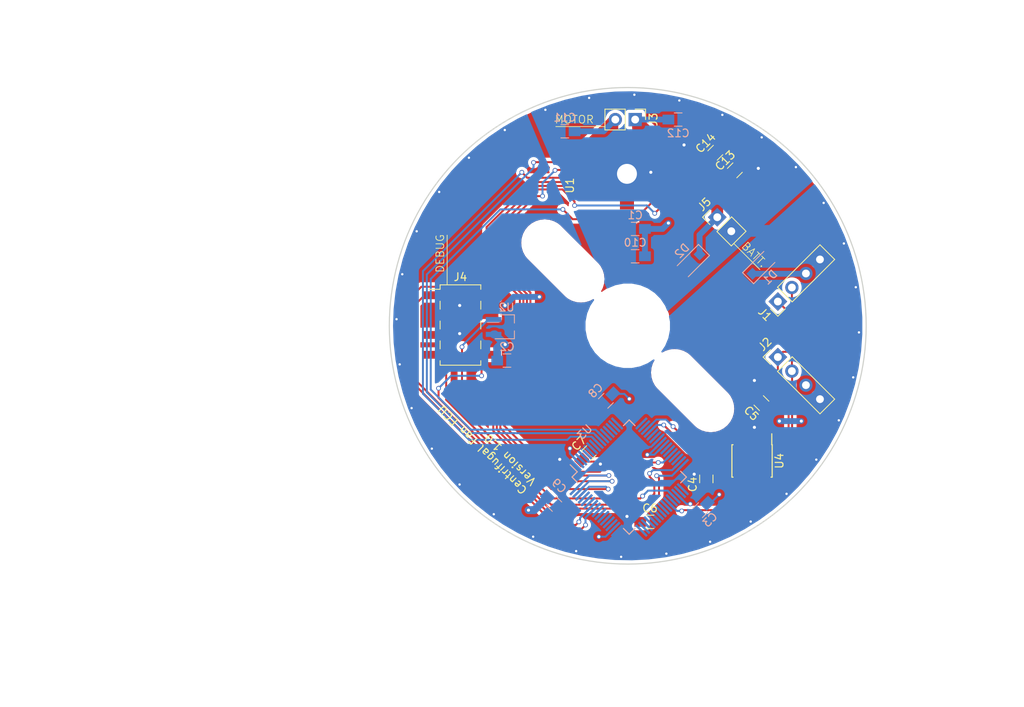
<source format=kicad_pcb>
(kicad_pcb (version 20171130) (host pcbnew "(5.1.9)-1")
  (title_block (title "ECU for Wolley Centrifugal Fan") (date 2021-02-12) (rev 1.0) (company "Knekt Technologies AB"))
  (layers (0 F.Cu signal) (31 B.Cu signal) (34 B.Paste user) (35 F.Paste user) (36 B.SilkS user) (37 F.SilkS user) (38 B.Mask user) (39 F.Mask user) (44 Edge.Cuts user))
  (net 0 "")
  (net 1 GND)
  (net 2 +5V)
  (net 3 SWCLK)
  (net 4 SWD)
  (net 5 PC_TXD)
  (net 6 PC_RXD)
  (net 7 SPEED_SENSOR_OUTPUT)
  (net 8 "Net-(U3-Pad3)")
  (net 9 "Net-(U3-Pad4)")
  (net 10 "Net-(U3-Pad5)")
  (net 11 "Net-(U3-Pad6)")
  (net 12 "Net-(U3-Pad7)")
  (net 13 "Net-(U3-Pad8)")
  (net 14 "Net-(U3-Pad12)")
  (net 15 "Net-(U3-Pad13)")
  (net 16 "Net-(U3-Pad14)")
  (net 17 "Net-(U3-Pad15)")
  (net 18 "Net-(U3-Pad16)")
  (net 19 "Net-(U3-Pad17)")
  (net 20 CAN_TxD)
  (net 21 CAN_RxD)
  (net 22 "Net-(U3-Pad21)")
  (net 23 "Net-(U3-Pad22)")
  (net 24 "Net-(U3-Pad26)")
  (net 25 "Net-(U3-Pad27)")
  (net 26 "Net-(U3-Pad29)")
  (net 27 "Net-(U3-Pad30)")
  (net 28 "Net-(U3-Pad33)")
  (net 29 "Net-(U3-Pad34)")
  (net 30 "Net-(U3-Pad37)")
  (net 31 CAN_STANDBY)
  (net 32 "Net-(U3-Pad39)")
  (net 33 "Net-(U3-Pad40)")
  (net 34 "Net-(U3-Pad41)")
  (net 35 "Net-(U3-Pad42)")
  (net 36 "Net-(U3-Pad43)")
  (net 37 "Net-(U3-Pad44)")
  (net 38 "Net-(U3-Pad45)")
  (net 39 "Net-(U3-Pad46)")
  (net 40 "Net-(U3-Pad47)")
  (net 41 "Net-(U3-Pad48)")
  (net 42 "Net-(U3-Pad51)")
  (net 43 "Net-(U3-Pad52)")
  (net 44 "Net-(U3-Pad53)")
  (net 45 "Net-(U3-Pad54)")
  (net 46 "Net-(U3-Pad55)")
  (net 47 "Net-(U3-Pad56)")
  (net 48 "Net-(U3-Pad59)")
  (net 49 "Net-(U3-Pad60)")
  (net 50 "Net-(U3-Pad61)")
  (net 51 CAN-)
  (net 52 CAN+)
  (net 53 "Net-(U3-Pad18)")
  (net 54 MOTOR_OUT1)
  (net 55 MOTOR_OUT2)
  (net 56 MOTOR_DISABLE)
  (net 57 MOTOR_PWM)
  (net 58 MOTOR_DIRECTION)
  (net 59 MOTOR_DRIVER_SS)
  (net 60 SCLK)
  (net 61 MOSI)
  (net 62 MISO)
  (net 63 +BATT)
  (module WheelECU:Motor_Center_Hole (layer F.Cu) (at 131.8 98.4)
    (fp_text reference M** hide)
    (fp_text value Motor_Center_Hole hide)
    (pad "" np_thru_hole circle (at 0 0) (size 10 10) (drill 10) (layers *.Cu *.Mask) (clearance 0.01))
  )
  (module WheelECU:Mount_Hole_M3x6.5 (layer F.Cu) (at 123.5 90.1 135)
    (fp_text reference M** hide)
    (fp_text value Motor_Mount_Hole hide)
    (pad "" np_thru_hole oval (at 0 0 135) (size 9.75 3.2) (drill oval 9.75 3.2) (layers *.Cu *.Mask) (clearance 1.4))
  )
  (module WheelECU:Pin_Header_Straight_2x04_Pitch2.54mm_SMD (layer F.Cu) (at 110.4 98.3)
    (fp_text reference J4 (at 0 -6.14) (layer F.SilkS))
    (fp_text value Debug)
    (pad 8 smd rect (at 3.025 3.81) (size 3.65 1) (layers F.Cu F.Paste F.Mask) (net 6 PC_RXD))
    (pad 7 smd rect (at -3.025 3.81) (size 3.65 1) (layers F.Cu F.Paste F.Mask) (net 5 PC_TXD))
    (pad 6 smd rect (at 3.025 1.27) (size 3.65 1) (layers F.Cu F.Paste F.Mask) (net 2 +5V))
    (pad 5 smd rect (at -3.025 1.27) (size 3.65 1) (layers F.Cu F.Paste F.Mask) (net 1 GND))
    (pad 4 smd rect (at 3.025 -1.27) (size 3.65 1) (layers F.Cu F.Paste F.Mask) (net 1 GND))
    (pad 3 smd rect (at -3.025 -1.27) (size 3.65 1) (layers F.Cu F.Paste F.Mask) (net 2 +5V))
    (pad 2 smd rect (at 3.025 -3.81) (size 3.65 1) (layers F.Cu F.Paste F.Mask) (net 4 SWD))
    (pad 1 smd rect (at -3.025 -3.81) (size 3.65 1) (layers F.Cu F.Paste F.Mask) (net 3 SWCLK))
  )
  (module WheelECU:Mount_Hole_M3x6.5 (layer F.Cu) (at 140.1 106.7 135)
    (fp_text reference M** hide)
    (fp_text value Motor_Mount_Hole hide)
    (pad "" np_thru_hole oval (at 0 0 135) (size 9.75 3.2) (drill oval 9.75 3.2) (layers *.Cu *.Mask) (clearance 1.4))
  )
  (module WheelECU:TQFP-64_10x10mm_Pitch0.5mm_Handsoldering (layer B.Cu) (at 131.989161 117.764035 315)
    (fp_text reference U3 (at -8.098633 -0.052944 225) (layer B.SilkS) (effects (justify mirror)))
    (fp_text value XMC1404_F064)
    (pad 49 smd rect (at 3.75 5.95 225) (size 2 0.3) (layers B.Cu B.Paste B.Mask) (net 1 GND))
    (pad 33 smd rect (at 5.95 -3.75 315) (size 2 0.3) (layers B.Cu B.Paste B.Mask) (net 28 "Net-(U3-Pad33)"))
    (pad 17 smd rect (at -3.75 -5.95 225) (size 2 0.3) (layers B.Cu B.Paste B.Mask) (net 19 "Net-(U3-Pad17)"))
    (pad 1 smd rect (at -5.95 3.75 315) (size 2 0.3) (layers B.Cu B.Paste B.Mask) (net 1 GND))
    (pad 2 smd rect (at -5.95 3.25 315) (size 2 0.3) (layers B.Cu B.Paste B.Mask) (net 2 +5V))
    (pad 3 smd rect (at -5.95 2.75 315) (size 2 0.3) (layers B.Cu B.Paste B.Mask) (net 8 "Net-(U3-Pad3)"))
    (pad 4 smd rect (at -5.95 2.25 315) (size 2 0.3) (layers B.Cu B.Paste B.Mask) (net 9 "Net-(U3-Pad4)"))
    (pad 5 smd rect (at -5.95 1.75 315) (size 2 0.3) (layers B.Cu B.Paste B.Mask) (net 10 "Net-(U3-Pad5)"))
    (pad 6 smd rect (at -5.95 1.25 315) (size 2 0.3) (layers B.Cu B.Paste B.Mask) (net 11 "Net-(U3-Pad6)"))
    (pad 7 smd rect (at -5.95 0.75 315) (size 2 0.3) (layers B.Cu B.Paste B.Mask) (net 12 "Net-(U3-Pad7)"))
    (pad 8 smd rect (at -5.95 0.25 315) (size 2 0.3) (layers B.Cu B.Paste B.Mask) (net 13 "Net-(U3-Pad8)"))
    (pad 9 smd rect (at -5.95 -0.25 315) (size 2 0.3) (layers B.Cu B.Paste B.Mask) (net 60 SCLK))
    (pad 10 smd rect (at -5.95 -0.75 315) (size 2 0.3) (layers B.Cu B.Paste B.Mask) (net 61 MOSI))
    (pad 11 smd rect (at -5.95 -1.25 315) (size 2 0.3) (layers B.Cu B.Paste B.Mask) (net 62 MISO))
    (pad 12 smd rect (at -5.95 -1.75 315) (size 2 0.3) (layers B.Cu B.Paste B.Mask) (net 14 "Net-(U3-Pad12)"))
    (pad 13 smd rect (at -5.95 -2.25 315) (size 2 0.3) (layers B.Cu B.Paste B.Mask) (net 15 "Net-(U3-Pad13)"))
    (pad 14 smd rect (at -5.95 -2.75 315) (size 2 0.3) (layers B.Cu B.Paste B.Mask) (net 16 "Net-(U3-Pad14)"))
    (pad 15 smd rect (at -5.95 -3.25 315) (size 2 0.3) (layers B.Cu B.Paste B.Mask) (net 17 "Net-(U3-Pad15)"))
    (pad 16 smd rect (at -5.95 -3.75 315) (size 2 0.3) (layers B.Cu B.Paste B.Mask) (net 18 "Net-(U3-Pad16)"))
    (pad 18 smd rect (at -3.25 -5.95 225) (size 2 0.3) (layers B.Cu B.Paste B.Mask) (net 53 "Net-(U3-Pad18)"))
    (pad 19 smd rect (at -2.75 -5.95 225) (size 2 0.3) (layers B.Cu B.Paste B.Mask) (net 21 CAN_RxD))
    (pad 20 smd rect (at -2.25 -5.95 225) (size 2 0.3) (layers B.Cu B.Paste B.Mask) (net 20 CAN_TxD))
    (pad 21 smd rect (at -1.75 -5.95 225) (size 2 0.3) (layers B.Cu B.Paste B.Mask) (net 22 "Net-(U3-Pad21)"))
    (pad 22 smd rect (at -1.25 -5.95 225) (size 2 0.3) (layers B.Cu B.Paste B.Mask) (net 23 "Net-(U3-Pad22)"))
    (pad 23 smd rect (at -0.75 -5.95 225) (size 2 0.3) (layers B.Cu B.Paste B.Mask) (net 1 GND))
    (pad 24 smd rect (at -0.25 -5.95 225) (size 2 0.3) (layers B.Cu B.Paste B.Mask) (net 2 +5V))
    (pad 25 smd rect (at 0.25 -5.95 225) (size 2 0.3) (layers B.Cu B.Paste B.Mask) (net 2 +5V))
    (pad 26 smd rect (at 0.75 -5.95 225) (size 2 0.3) (layers B.Cu B.Paste B.Mask) (net 24 "Net-(U3-Pad26)"))
    (pad 27 smd rect (at 1.25 -5.95 225) (size 2 0.3) (layers B.Cu B.Paste B.Mask) (net 25 "Net-(U3-Pad27)"))
    (pad 28 smd rect (at 1.75 -5.95 225) (size 2 0.3) (layers B.Cu B.Paste B.Mask) (net 59 MOTOR_DRIVER_SS))
    (pad 29 smd rect (at 2.25 -5.95 225) (size 2 0.3) (layers B.Cu B.Paste B.Mask) (net 26 "Net-(U3-Pad29)"))
    (pad 30 smd rect (at 2.75 -5.95 225) (size 2 0.3) (layers B.Cu B.Paste B.Mask) (net 27 "Net-(U3-Pad30)"))
    (pad 31 smd rect (at 3.25 -5.95 225) (size 2 0.3) (layers B.Cu B.Paste B.Mask) (net 5 PC_TXD))
    (pad 32 smd rect (at 3.75 -5.95 225) (size 2 0.3) (layers B.Cu B.Paste B.Mask) (net 6 PC_RXD))
    (pad 50 smd rect (at 3.25 5.95 225) (size 2 0.3) (layers B.Cu B.Paste B.Mask) (net 2 +5V))
    (pad 51 smd rect (at 2.75 5.95 225) (size 2 0.3) (layers B.Cu B.Paste B.Mask) (net 42 "Net-(U3-Pad51)"))
    (pad 52 smd rect (at 2.25 5.95 225) (size 2 0.3) (layers B.Cu B.Paste B.Mask) (net 43 "Net-(U3-Pad52)"))
    (pad 53 smd rect (at 1.75 5.95 225) (size 2 0.3) (layers B.Cu B.Paste B.Mask) (net 44 "Net-(U3-Pad53)"))
    (pad 54 smd rect (at 1.25 5.95 225) (size 2 0.3) (layers B.Cu B.Paste B.Mask) (net 45 "Net-(U3-Pad54)"))
    (pad 55 smd rect (at 0.75 5.95 225) (size 2 0.3) (layers B.Cu B.Paste B.Mask) (net 46 "Net-(U3-Pad55)"))
    (pad 56 smd rect (at 0.25 5.95 225) (size 2 0.3) (layers B.Cu B.Paste B.Mask) (net 47 "Net-(U3-Pad56)"))
    (pad 57 smd rect (at -0.25 5.95 225) (size 2 0.3) (layers B.Cu B.Paste B.Mask) (net 4 SWD))
    (pad 58 smd rect (at -0.75 5.95 225) (size 2 0.3) (layers B.Cu B.Paste B.Mask) (net 3 SWCLK))
    (pad 59 smd rect (at -1.25 5.95 225) (size 2 0.3) (layers B.Cu B.Paste B.Mask) (net 48 "Net-(U3-Pad59)"))
    (pad 60 smd rect (at -1.75 5.95 225) (size 2 0.3) (layers B.Cu B.Paste B.Mask) (net 49 "Net-(U3-Pad60)"))
    (pad 61 smd rect (at -2.25 5.95 225) (size 2 0.3) (layers B.Cu B.Paste B.Mask) (net 50 "Net-(U3-Pad61)"))
    (pad 62 smd rect (at -2.75 5.95 225) (size 2 0.3) (layers B.Cu B.Paste B.Mask) (net 56 MOTOR_DISABLE))
    (pad 63 smd rect (at -3.25 5.95 225) (size 2 0.3) (layers B.Cu B.Paste B.Mask) (net 57 MOTOR_PWM))
    (pad 64 smd rect (at -3.75 5.95 225) (size 2 0.3) (layers B.Cu B.Paste B.Mask) (net 58 MOTOR_DIRECTION))
    (pad 34 smd rect (at 5.95 -3.25 315) (size 2 0.3) (layers B.Cu B.Paste B.Mask) (net 29 "Net-(U3-Pad34)"))
    (pad 35 smd rect (at 5.95 -2.75 315) (size 2 0.3) (layers B.Cu B.Paste B.Mask) (net 2 +5V))
    (pad 36 smd rect (at 5.95 -2.25 315) (size 2 0.3) (layers B.Cu B.Paste B.Mask) (net 7 SPEED_SENSOR_OUTPUT))
    (pad 37 smd rect (at 5.95 -1.75 315) (size 2 0.3) (layers B.Cu B.Paste B.Mask) (net 30 "Net-(U3-Pad37)"))
    (pad 38 smd rect (at 5.95 -1.25 315) (size 2 0.3) (layers B.Cu B.Paste B.Mask) (net 31 CAN_STANDBY))
    (pad 39 smd rect (at 5.95 -0.75 315) (size 2 0.3) (layers B.Cu B.Paste B.Mask) (net 32 "Net-(U3-Pad39)"))
    (pad 40 smd rect (at 5.95 -0.25 315) (size 2 0.3) (layers B.Cu B.Paste B.Mask) (net 33 "Net-(U3-Pad40)"))
    (pad 41 smd rect (at 5.95 0.25 315) (size 2 0.3) (layers B.Cu B.Paste B.Mask) (net 34 "Net-(U3-Pad41)"))
    (pad 42 smd rect (at 5.95 0.75 315) (size 2 0.3) (layers B.Cu B.Paste B.Mask) (net 35 "Net-(U3-Pad42)"))
    (pad 43 smd rect (at 5.95 1.25 315) (size 2 0.3) (layers B.Cu B.Paste B.Mask) (net 36 "Net-(U3-Pad43)"))
    (pad 44 smd rect (at 5.95 1.75 315) (size 2 0.3) (layers B.Cu B.Paste B.Mask) (net 37 "Net-(U3-Pad44)"))
    (pad 45 smd rect (at 5.95 2.25 315) (size 2 0.3) (layers B.Cu B.Paste B.Mask) (net 38 "Net-(U3-Pad45)"))
    (pad 46 smd rect (at 5.95 2.75 315) (size 2 0.3) (layers B.Cu B.Paste B.Mask) (net 39 "Net-(U3-Pad46)"))
    (pad 47 smd rect (at 5.95 3.25 315) (size 2 0.3) (layers B.Cu B.Paste B.Mask) (net 40 "Net-(U3-Pad47)"))
    (pad 48 smd rect (at 5.95 3.75 315) (size 2 0.3) (layers B.Cu B.Paste B.Mask) (net 41 "Net-(U3-Pad48)"))
  )
  (module Mount_Holes:Edge_Via (layer F.Cu) (at 155.92061 115.534941 348.75)
    (fp_text reference REF** hide)
    (fp_text value Edge_Via hide)
    (pad 1 thru_hole circle (at 0 0 348.75) (size 0.6 0.6) (drill 0.3) (layers *.Cu) (net 1 GND))
  )
  (module Mount_Holes:Edge_Via (layer F.Cu) (at 152.114278 119.911395 337.5)
    (fp_text reference REF** hide)
    (fp_text value Edge_Via hide)
    (pad 1 thru_hole circle (at 0 0 337.5) (size 0.6 0.6) (drill 0.3) (layers *.Cu) (net 1 GND))
  )
  (module Mount_Holes:Edge_Via (layer F.Cu) (at 147.52728 123.461179 326.25)
    (fp_text reference REF** hide)
    (fp_text value Edge_Via hide)
    (pad 1 thru_hole circle (at 0 0 326.25) (size 0.6 0.6) (drill 0.3) (layers *.Cu) (net 1 GND))
  )
  (module Mount_Holes:Edge_Via (layer F.Cu) (at 142.335891 126.047875 315)
    (fp_text reference REF** hide)
    (fp_text value Edge_Via hide)
    (pad 1 thru_hole circle (at 0 0 315) (size 0.6 0.6) (drill 0.3) (layers *.Cu) (net 1 GND))
  )
  (module Mount_Holes:Edge_Via (layer F.Cu) (at 136.739614 127.572079 303.75)
    (fp_text reference REF** hide)
    (fp_text value Edge_Via hide)
    (pad 1 thru_hole circle (at 0 0 303.75) (size 0.6 0.6) (drill 0.3) (layers *.Cu) (net 1 GND))
  )
  (module Mount_Holes:Edge_Via (layer F.Cu) (at 130.95351 127.975217 292.5)
    (fp_text reference REF** hide)
    (fp_text value Edge_Via hide)
    (pad 1 thru_hole circle (at 0 0 292.5) (size 0.6 0.6) (drill 0.3) (layers *.Cu) (net 1 GND))
  )
  (module Mount_Holes:Edge_Via (layer F.Cu) (at 125.199937 127.241795 281.25)
    (fp_text reference REF** hide)
    (fp_text value Edge_Via hide)
    (pad 1 thru_hole circle (at 0 0 281.25) (size 0.6 0.6) (drill 0.3) (layers *.Cu) (net 1 GND))
  )
  (module Mount_Holes:Edge_Via (layer F.Cu) (at 119.7 125.4 270)
    (fp_text reference REF** hide)
    (fp_text value Edge_Via hide)
    (pad 1 thru_hole circle (at 0 0 270) (size 0.6 0.6) (drill 0.3) (layers *.Cu) (net 1 GND))
  )
  (module Mount_Holes:Edge_Via (layer F.Cu) (at 114.665059 122.52061 258.75)
    (fp_text reference REF** hide)
    (fp_text value Edge_Via hide)
    (pad 1 thru_hole circle (at 0 0 258.75) (size 0.6 0.6) (drill 0.3) (layers *.Cu) (net 1 GND))
  )
  (module Mount_Holes:Edge_Via (layer F.Cu) (at 110.288605 118.714278 247.5)
    (fp_text reference REF** hide)
    (fp_text value Edge_Via hide)
    (pad 1 thru_hole circle (at 0 0 247.5) (size 0.6 0.6) (drill 0.3) (layers *.Cu) (net 1 GND))
  )
  (module Mount_Holes:Edge_Via (layer F.Cu) (at 106.738821 114.12728 236.25)
    (fp_text reference REF** hide)
    (fp_text value Edge_Via hide)
    (pad 1 thru_hole circle (at 0 0 236.25) (size 0.6 0.6) (drill 0.3) (layers *.Cu) (net 1 GND))
  )
  (module Mount_Holes:Edge_Via (layer F.Cu) (at 104.152125 108.935891 225)
    (fp_text reference REF** hide)
    (fp_text value Edge_Via hide)
    (pad 1 thru_hole circle (at 0 0 225) (size 0.6 0.6) (drill 0.3) (layers *.Cu) (net 1 GND))
  )
  (module Mount_Holes:Edge_Via (layer F.Cu) (at 102.627921 103.339614 213.75)
    (fp_text reference REF** hide)
    (fp_text value Edge_Via hide)
    (pad 1 thru_hole circle (at 0 0 213.75) (size 0.6 0.6) (drill 0.3) (layers *.Cu) (net 1 GND))
  )
  (module Mount_Holes:Edge_Via (layer F.Cu) (at 102.224783 97.55351 202.5)
    (fp_text reference REF** hide)
    (fp_text value Edge_Via hide)
    (pad 1 thru_hole circle (at 0 0 202.5) (size 0.6 0.6) (drill 0.3) (layers *.Cu) (net 1 GND))
  )
  (module Mount_Holes:Edge_Via (layer F.Cu) (at 102.958205 91.799937 191.25)
    (fp_text reference REF** hide)
    (fp_text value Edge_Via hide)
    (pad 1 thru_hole circle (at 0 0 191.25) (size 0.6 0.6) (drill 0.3) (layers *.Cu) (net 1 GND))
  )
  (module Mount_Holes:Edge_Via (layer F.Cu) (at 104.8 86.3 180)
    (fp_text reference REF** hide)
    (fp_text value Edge_Via hide)
    (pad 1 thru_hole circle (at 0 0 180) (size 0.6 0.6) (drill 0.3) (layers *.Cu) (net 1 GND))
  )
  (module Mount_Holes:Edge_Via (layer F.Cu) (at 107.67939 81.265059 168.75)
    (fp_text reference REF** hide)
    (fp_text value Edge_Via hide)
    (pad 1 thru_hole circle (at 0 0 168.75) (size 0.6 0.6) (drill 0.3) (layers *.Cu) (net 1 GND))
  )
  (module Mount_Holes:Edge_Via (layer F.Cu) (at 111.485722 76.888605 157.5)
    (fp_text reference REF** hide)
    (fp_text value Edge_Via hide)
    (pad 1 thru_hole circle (at 0 0 157.5) (size 0.6 0.6) (drill 0.3) (layers *.Cu) (net 1 GND))
  )
  (module Mount_Holes:Edge_Via (layer F.Cu) (at 116.07272 73.338821 146.25)
    (fp_text reference REF** hide)
    (fp_text value Edge_Via hide)
    (pad 1 thru_hole circle (at 0 0 146.25) (size 0.6 0.6) (drill 0.3) (layers *.Cu) (net 1 GND))
  )
  (module Mount_Holes:Edge_Via (layer F.Cu) (at 121.264109 70.752125 135)
    (fp_text reference REF** hide)
    (fp_text value Edge_Via hide)
    (pad 1 thru_hole circle (at 0 0 135) (size 0.6 0.6) (drill 0.3) (layers *.Cu) (net 1 GND))
  )
  (module Mount_Holes:Edge_Via (layer F.Cu) (at 126.860386 69.227921 123.75)
    (fp_text reference REF** hide)
    (fp_text value Edge_Via hide)
    (pad 1 thru_hole circle (at 0 0 123.75) (size 0.6 0.6) (drill 0.3) (layers *.Cu) (net 1 GND))
  )
  (module Mount_Holes:Edge_Via (layer F.Cu) (at 132.64649 68.824783 112.5)
    (fp_text reference REF** hide)
    (fp_text value Edge_Via hide)
    (pad 1 thru_hole circle (at 0 0 112.5) (size 0.6 0.6) (drill 0.3) (layers *.Cu) (net 1 GND))
  )
  (module Mount_Holes:Edge_Via (layer F.Cu) (at 138.400063 69.558205 101.25)
    (fp_text reference REF** hide)
    (fp_text value Edge_Via hide)
    (pad 1 thru_hole circle (at 0 0 101.25) (size 0.6 0.6) (drill 0.3) (layers *.Cu) (net 1 GND))
  )
  (module Mount_Holes:Edge_Via (layer F.Cu) (at 143.9 71.4 90)
    (fp_text reference REF** hide)
    (fp_text value Edge_Via hide)
    (pad 1 thru_hole circle (at 0 0 90) (size 0.6 0.6) (drill 0.3) (layers *.Cu) (net 1 GND))
  )
  (module Mount_Holes:Edge_Via (layer F.Cu) (at 148.934941 74.27939 78.75)
    (fp_text reference REF** hide)
    (fp_text value Edge_Via hide)
    (pad 1 thru_hole circle (at 0 0 78.75) (size 0.6 0.6) (drill 0.3) (layers *.Cu) (net 1 GND))
  )
  (module Mount_Holes:Edge_Via (layer F.Cu) (at 153.311395 78.085722 67.5)
    (fp_text reference REF** hide)
    (fp_text value Edge_Via hide)
    (pad 1 thru_hole circle (at 0 0 67.5) (size 0.6 0.6) (drill 0.3) (layers *.Cu) (net 1 GND))
  )
  (module Mount_Holes:Edge_Via (layer F.Cu) (at 156.861179 82.67272 56.25)
    (fp_text reference REF** hide)
    (fp_text value Edge_Via hide)
    (pad 1 thru_hole circle (at 0 0 56.25) (size 0.6 0.6) (drill 0.3) (layers *.Cu) (net 1 GND))
  )
  (module Mount_Holes:Edge_Via (layer F.Cu) (at 159.447875 87.864109 45)
    (fp_text reference REF** hide)
    (fp_text value Edge_Via hide)
    (pad 1 thru_hole circle (at 0 0 45) (size 0.6 0.6) (drill 0.3) (layers *.Cu) (net 1 GND))
  )
  (module Mount_Holes:Edge_Via (layer F.Cu) (at 160.972079 93.460386 33.75)
    (fp_text reference REF** hide)
    (fp_text value Edge_Via hide)
    (pad 1 thru_hole circle (at 0 0 33.75) (size 0.6 0.6) (drill 0.3) (layers *.Cu) (net 1 GND))
  )
  (module Mount_Holes:Edge_Via (layer F.Cu) (at 161.375217 99.24649 22.5)
    (fp_text reference REF** hide)
    (fp_text value Edge_Via hide)
    (pad 1 thru_hole circle (at 0 0 22.5) (size 0.6 0.6) (drill 0.3) (layers *.Cu) (net 1 GND))
  )
  (module Mount_Holes:Edge_Via (layer F.Cu) (at 160.641795 105.000063 11.25)
    (fp_text reference REF** hide)
    (fp_text value Edge_Via hide)
    (pad 1 thru_hole circle (at 0 0 11.25) (size 0.6 0.6) (drill 0.3) (layers *.Cu) (net 1 GND))
  )
  (module Capacitors_SMD:C_0805_HandSoldering (layer B.Cu) (at 132.75 86)
    (fp_text reference C1 (at 0 -1.75) (layer B.SilkS) (effects (justify mirror)))
    (fp_text value 1uF)
    (pad 1 smd rect (at -1.25 0) (size 1.5 1.25) (layers B.Cu B.Paste B.Mask) (net 1 GND))
    (pad 2 smd rect (at 1.25 0) (size 1.5 1.25) (layers B.Cu B.Paste B.Mask) (net 2 +5V))
  )
  (module Capacitors_SMD:C_0805_HandSoldering (layer B.Cu) (at 116.35 102.85 180)
    (fp_text reference C2 (at 0 1.75 180) (layer B.SilkS) (effects (justify mirror)))
    (fp_text value 47nF)
    (pad 1 smd rect (at -1.25 0 180) (size 1.5 1.25) (layers B.Cu B.Paste B.Mask) (net 1 GND))
    (pad 2 smd rect (at 1.25 0 180) (size 1.5 1.25) (layers B.Cu B.Paste B.Mask) (net 2 +5V))
  )
  (module Capacitors_SMD:C_0805_HandSoldering (layer B.Cu) (at 141.1 122 45)
    (fp_text reference C3 (at 0 1.75 45) (layer B.SilkS) (effects (justify mirror)))
    (fp_text value 100nF)
    (pad 1 smd rect (at -1.25 0 45) (size 1.5 1.25) (layers B.Cu B.Paste B.Mask) (net 1 GND))
    (pad 2 smd rect (at 1.25 0 45) (size 1.5 1.25) (layers B.Cu B.Paste B.Mask) (net 2 +5V))
  )
  (module Capacitors_SMD:C_0805_HandSoldering (layer F.Cu) (at 141.85 118 270)
    (fp_text reference C4 (at 0.7 1.75 270) (layer F.SilkS))
    (fp_text value 100nF)
    (pad 1 smd rect (at -1.25 0 270) (size 1.5 1.25) (layers F.Cu F.Paste F.Mask) (net 1 GND))
    (pad 2 smd rect (at 1.25 0 270) (size 1.5 1.25) (layers F.Cu F.Paste F.Mask) (net 2 +5V))
  )
  (module Capacitors_SMD:C_0805_HandSoldering (layer F.Cu) (at 148.9 108.3 135)
    (fp_text reference C5 (at 0 -1.838478 135) (layer F.SilkS))
    (fp_text value 100nF)
    (pad 1 smd rect (at -1.25 0 135) (size 1.5 1.25) (layers F.Cu F.Paste F.Mask) (net 2 +5V))
    (pad 2 smd rect (at 1.25 0 135) (size 1.5 1.25) (layers F.Cu F.Paste F.Mask) (net 1 GND))
  )
  (module Pin_Headers:Pin_Header_Straight_1x04_Pitch2.54mm (layer F.Cu) (at 151 95.296051 135)
    (fp_text reference J1 (at 0 -2.33 135) (layer F.SilkS))
    (fp_text value Conn_01x04)
    (pad 1 thru_hole rect (at 0 0 135) (size 1.7 1.7) (drill 1) (layers *.Cu *.Mask) (net 51 CAN-))
    (pad 2 thru_hole oval (at 0 2.54 135) (size 1.7 1.7) (drill 1) (layers *.Cu *.Mask) (net 52 CAN+))
    (pad 3 thru_hole oval (at 0 5.08 135) (size 1.7 1.7) (drill 1) (layers *.Cu *.Mask) (net 2 +5V))
    (pad 4 thru_hole oval (at 0 7.62 135) (size 1.7 1.7) (drill 1) (layers *.Cu *.Mask) (net 1 GND))
  )
  (module Pin_Headers:Pin_Header_Straight_1x04_Pitch2.54mm (layer F.Cu) (at 151 102.403949 45)
    (fp_text reference J2 (at 0 -2.33 45) (layer F.SilkS))
    (fp_text value Conn_01x04)
    (pad 1 thru_hole rect (at 0 0 45) (size 1.7 1.7) (drill 1) (layers *.Cu *.Mask) (net 51 CAN-))
    (pad 2 thru_hole oval (at 0 2.54 45) (size 1.7 1.7) (drill 1) (layers *.Cu *.Mask) (net 52 CAN+))
    (pad 3 thru_hole oval (at 0 5.08 45) (size 1.7 1.7) (drill 1) (layers *.Cu *.Mask) (net 2 +5V))
    (pad 4 thru_hole oval (at 0 7.62 45) (size 1.7 1.7) (drill 1) (layers *.Cu *.Mask) (net 1 GND))
  )
  (module TO_SOT_Packages_SMD:TSOT-23_HandSoldering (layer B.Cu) (at 116.35 98.55)
    (fp_text reference U2 (at -0.05 -2.5) (layer B.SilkS) (effects (justify mirror)))
    (fp_text value TLE4964)
    (pad 1 smd rect (at -1.71 0.95) (size 2 0.65) (layers B.Cu B.Paste B.Mask) (net 2 +5V))
    (pad 2 smd rect (at -1.71 -0.95) (size 2 0.65) (layers B.Cu B.Paste B.Mask) (net 7 SPEED_SENSOR_OUTPUT))
    (pad 3 smd rect (at 1.71 0) (size 2 0.65) (layers B.Cu B.Paste B.Mask) (net 1 GND))
  )
  (module Housings_SOIC:SOIC-8_3.9x4.9mm_Pitch1.27mm (layer F.Cu) (at 147.7 115.7 270)
    (fp_text reference U4 (at 0 -3.5 270) (layer F.SilkS))
    (fp_text value TLE7251)
    (pad 1 smd rect (at -2.7 -1.905 270) (size 1.55 0.6) (layers F.Cu F.Paste F.Mask) (net 20 CAN_TxD))
    (pad 2 smd rect (at -2.7 -0.635 270) (size 1.55 0.6) (layers F.Cu F.Paste F.Mask) (net 1 GND))
    (pad 3 smd rect (at -2.7 0.635 270) (size 1.55 0.6) (layers F.Cu F.Paste F.Mask) (net 2 +5V))
    (pad 4 smd rect (at -2.7 1.905 270) (size 1.55 0.6) (layers F.Cu F.Paste F.Mask) (net 21 CAN_RxD))
    (pad 5 smd rect (at 2.7 1.905 270) (size 1.55 0.6) (layers F.Cu F.Paste F.Mask) (net 2 +5V))
    (pad 6 smd rect (at 2.7 0.635 270) (size 1.55 0.6) (layers F.Cu F.Paste F.Mask) (net 51 CAN-))
    (pad 7 smd rect (at 2.7 -0.635 270) (size 1.55 0.6) (layers F.Cu F.Paste F.Mask) (net 52 CAN+))
    (pad 8 smd rect (at 2.7 -1.905 270) (size 1.55 0.6) (layers F.Cu F.Paste F.Mask) (net 31 CAN_STANDBY))
  )
  (module Capacitors_SMD:C_0805_HandSoldering (layer F.Cu) (at 134.65 123.5)
    (fp_text reference C6 (at 0 -1.75) (layer F.SilkS))
    (fp_text value 220nF)
    (pad 1 smd rect (at -1.25 0) (size 1.5 1.25) (layers F.Cu F.Paste F.Mask) (net 1 GND))
    (pad 2 smd rect (at 1.25 0) (size 1.5 1.25) (layers F.Cu F.Paste F.Mask) (net 2 +5V))
  )
  (module Capacitors_SMD:C_0805_HandSoldering (layer F.Cu) (at 126.8 114.7 45)
    (fp_text reference C7 (at 0 -1.75 45) (layer F.SilkS))
    (fp_text value 100nF)
    (pad 1 smd rect (at -1.25 0 45) (size 1.5 1.25) (layers F.Cu F.Paste F.Mask) (net 1 GND))
    (pad 2 smd rect (at 1.25 0 45) (size 1.5 1.25) (layers F.Cu F.Paste F.Mask) (net 2 +5V))
  )
  (module Capacitors_SMD:C_0805_HandSoldering (layer B.Cu) (at 129 108 45)
    (fp_text reference C8 (at 0 -1.838478 45) (layer B.SilkS) (effects (justify mirror)))
    (fp_text value 100nF)
    (pad 1 smd rect (at -1.25 0 45) (size 1.5 1.25) (layers B.Cu B.Paste B.Mask) (net 1 GND))
    (pad 2 smd rect (at 1.25 0 45) (size 1.5 1.25) (layers B.Cu B.Paste B.Mask) (net 2 +5V))
  )
  (module Capacitors_SMD:C_0805_HandSoldering (layer B.Cu) (at 122.4 121.2 135)
    (fp_text reference C9 (at 1.202082 2.05061 135) (layer B.SilkS) (effects (justify mirror)))
    (fp_text value 100nF)
    (pad 1 smd rect (at -1.25 0 135) (size 1.5 1.25) (layers B.Cu B.Paste B.Mask) (net 1 GND))
    (pad 2 smd rect (at 1.25 0 135) (size 1.5 1.25) (layers B.Cu B.Paste B.Mask) (net 2 +5V))
  )
  (module Mount_Holes:Edge_Via (layer F.Cu) (at 158.8 110.5)
    (fp_text reference REF** hide)
    (fp_text value Edge_Via hide)
    (pad 1 thru_hole circle (at 0 0) (size 0.6 0.6) (drill 0.3) (layers *.Cu) (net 1 GND))
  )
  (module WheelECU:Logo_Wolley_Interconnect_SolderMask (layer F.Cu) (at 113.03 81.28)
    (fp_text reference G*** hide)
    (fp_text value LOGO hide)
  )
  (module Capacitors_SMD:C_0805_HandSoldering (layer B.Cu) (at 132.75 89.5)
    (fp_text reference C10 (at 0 -1.75 180) (layer B.SilkS) (effects (justify mirror)))
    (fp_text value 100uF)
    (pad 2 smd rect (at 1.25 0) (size 1.5 1.25) (layers B.Cu B.Paste B.Mask) (net 2 +5V))
    (pad 1 smd rect (at -1.25 0) (size 1.5 1.25) (layers B.Cu B.Paste B.Mask) (net 1 GND))
  )
  (module WheelECU:SOIC-12_HeatSlugs (layer F.Cu) (at 131.7 78.95 90)
    (fp_text reference U1 (at -1.5 -7.3 90) (layer F.SilkS))
    (fp_text value IFX9201SG)
    (pad 9 smd rect (at 0.5 -4.975 90) (size 0.65 1.35) (layers F.Cu F.Paste F.Mask) (net 59 MOTOR_DRIVER_SS))
    (pad 10 smd rect (at -0.5 -4.975 90) (size 0.65 1.35) (layers F.Cu F.Paste F.Mask) (net 60 SCLK))
    (pad 11 smd rect (at -1.5 -4.975 90) (size 0.65 1.35) (layers F.Cu F.Paste F.Mask) (net 56 MOTOR_DISABLE))
    (pad 12 smd rect (at -2.5 -4.975 90) (size 0.65 1.35) (layers F.Cu F.Paste F.Mask) (net 57 MOTOR_PWM))
    (pad 8 smd rect (at 1.5 -4.975 90) (size 0.65 1.35) (layers F.Cu F.Paste F.Mask) (net 61 MOSI))
    (pad 7 smd rect (at 2.5 -4.975 90) (size 0.65 1.35) (layers F.Cu F.Paste F.Mask) (net 55 MOTOR_OUT2))
    (pad 6 smd rect (at 2.5 4.975 90) (size 0.65 1.35) (layers F.Cu F.Paste F.Mask) (net 1 GND))
    (pad 5 smd rect (at 1.5 4.975 90) (size 0.65 1.35) (layers F.Cu F.Paste F.Mask) (net 54 MOTOR_OUT1))
    (pad 4 smd rect (at 0.5 4.975 90) (size 0.65 1.35) (layers F.Cu F.Paste F.Mask) (net 63 +BATT))
    (pad 3 smd rect (at -0.5 4.975 90) (size 0.65 1.35) (layers F.Cu F.Paste F.Mask) (net 62 MISO))
    (pad 2 smd rect (at -1.5 4.975 90) (size 0.65 1.35) (layers F.Cu F.Paste F.Mask) (net 2 +5V))
    (pad 1 smd rect (at -2.5 4.975 90) (size 0.65 1.35) (layers F.Cu F.Paste F.Mask) (net 58 MOTOR_DIRECTION))
    (pad 6 thru_hole rect (at 0 0 90) (size 5.1 4.4) (drill 2.55) (layers *.Cu *.Mask) (net 1 GND))
    (pad 6 smd rect (at 3.55 0 90) (size 2 1.8) (layers F.Cu F.Paste F.Mask) (net 1 GND))
    (pad 6 smd rect (at -3.55 0 90) (size 2 1.8) (layers F.Cu F.Paste F.Mask) (net 1 GND))
  )
  (module Connector_PinHeader_2.54mm:PinHeader_1x02_P2.54mm_Vertical (layer F.Cu) (at 143.25 84.5 45)
    (fp_text reference J5 (at 0 -2.33 45) (layer F.SilkS))
    (fp_text value Conn_01x02)
    (pad 1 thru_hole rect (at 0 0 45) (size 1.7 1.7) (drill 1) (layers *.Cu *.Mask) (net 63 +BATT))
    (pad 2 thru_hole oval (at 0 2.54 45) (size 1.7 1.7) (drill 1) (layers *.Cu *.Mask) (net 1 GND))
  )
  (module Diode_SMD:D_SOD-123F (layer B.Cu) (at 140 90.25 225)
    (fp_text reference D2 (at -0.127 1.905 45) (layer B.SilkS) (effects (justify mirror)))
    (fp_text value SMF36A)
    (pad 1 smd rect (at -1.4 0 225) (size 1.1 1.1) (layers B.Cu B.Paste B.Mask) (net 63 +BATT))
    (pad 2 smd rect (at 1.4 0 225) (size 1.1 1.1) (layers B.Cu B.Paste B.Mask) (net 1 GND))
  )
  (module WheelECU:C_0805_HandSoldering (layer B.Cu) (at 123.75 73.5 180)
    (fp_text reference C11 (at 0 1.75) (layer B.SilkS) (effects (justify mirror)))
    (fp_text value 30nF)
    (pad 2 smd rect (at 1.25 0 180) (size 1.5 1.25) (layers B.Cu B.Paste B.Mask) (net 1 GND))
    (pad 1 smd rect (at -1.25 0 180) (size 1.5 1.25) (layers B.Cu B.Paste B.Mask) (net 55 MOTOR_OUT2))
  )
  (module WheelECU:C_0805_HandSoldering (layer B.Cu) (at 138.25 72)
    (fp_text reference C12 (at 0 1.75) (layer B.SilkS) (effects (justify mirror)))
    (fp_text value 30nF)
    (pad 1 smd rect (at -1.25 0) (size 1.5 1.25) (layers B.Cu B.Paste B.Mask) (net 54 MOTOR_OUT1))
    (pad 2 smd rect (at 1.25 0) (size 1.5 1.25) (layers B.Cu B.Paste B.Mask) (net 1 GND))
  )
  (module WheelECU:C_0805_HandSoldering (layer F.Cu) (at 145.5 78.5 45)
    (fp_text reference C13 (at 0 -1.75 45) (layer F.SilkS))
    (fp_text value 100uF)
    (pad 1 smd rect (at -1.25 0 45) (size 1.5 1.25) (layers F.Cu F.Paste F.Mask) (net 63 +BATT))
    (pad 2 smd rect (at 1.25 0 45) (size 1.5 1.25) (layers F.Cu F.Paste F.Mask) (net 1 GND))
  )
  (module WheelECU:C_0805_HandSoldering (layer F.Cu) (at 143 76.25 45)
    (fp_text reference C14 (at 0 -1.75 45) (layer F.SilkS))
    (fp_text value 100nF)
    (pad 2 smd rect (at 1.25 0 45) (size 1.5 1.25) (layers F.Cu F.Paste F.Mask) (net 1 GND))
    (pad 1 smd rect (at -1.25 0 45) (size 1.5 1.25) (layers F.Cu F.Paste F.Mask) (net 63 +BATT))
  )
  (module Diode_SMD:D_SOD-123F (layer B.Cu) (at 148.75 90.75 45)
    (fp_text reference D1 (at -0.127 1.905 45) (layer B.SilkS) (effects (justify mirror)))
    (fp_text value SMF5.0A)
    (pad 1 smd rect (at -1.4 0 45) (size 1.1 1.1) (layers B.Cu B.Paste B.Mask) (net 2 +5V))
    (pad 2 smd rect (at 1.4 0 45) (size 1.1 1.1) (layers B.Cu B.Paste B.Mask) (net 1 GND))
  )
  (module Connector_PinHeader_2.54mm:PinHeader_1x02_P2.54mm_Vertical (layer F.Cu) (at 132.75 72 270)
    (fp_text reference J3 (at 0 -2.33 90) (layer F.SilkS))
    (fp_text value Conn_01x02)
    (pad 1 thru_hole rect (at 0 0 270) (size 1.7 1.7) (drill 1) (layers *.Cu *.Mask) (net 54 MOTOR_OUT1))
    (pad 2 thru_hole oval (at 0 2.54 270) (size 1.7 1.7) (drill 1) (layers *.Cu *.Mask) (net 55 MOTOR_OUT2))
  )
  (gr_line (start 108.7 86.8) (end 108.7 93.1) (layer F.SilkS) (width 0.1))
  (gr_text DEBUG (at 107.8 86.6 90) (layer F.SilkS) (effects (font (size 1 1) (thickness 0.1)) (justify right)))
  (gr_text MOTOR (at 122.4 72) (layer F.SilkS) (effects (font (size 1 1) (thickness 0.1)) (justify left)))
  (gr_line (start 128.9 72.9) (end 122.6 72.9) (layer F.SilkS) (width 0.1))
  (gr_line (start 148.7 91.2) (end 145.4 87.9) (layer F.SilkS) (width 0.1))
  (gr_text BATT. (at 149.4 90.7 -45) (layer F.SilkS) (effects (font (size 1 1) (thickness 0.1)) (justify right)))
  (gr_circle (center 131.8 98.4) (end 162.3 98.5) (layer Edge.Cuts) (width 0.15))
  (gr_text "Centrifugal Fan ECU\nVersion 1.0" (at 119.3 119.2 135) (layer F.SilkS) (effects (font (size 1 1)) (justify left)))
  (segment (start 127.983883 115.783883) (end 126.216117 115.783883) (width 0.25) (layer F.Cu) (net 1))
  (segment (start 148.335 113) (end 148.335 111.735) (width 0.5) (layer F.Cu) (net 1))
  (segment (start 148.335 111.735) (end 148 111.4) (width 0.5) (layer F.Cu) (net 1))
  (via (at 148 111.4) (size 0.6) (drill 0.4) (layers F.Cu B.Cu) (net 1))
  (segment (start 148.016117 107.416117) (end 148.016117 105.416117) (width 0.5) (layer F.Cu) (net 1))
  (via (at 148 105.4) (size 0.6) (drill 0.4) (layers F.Cu B.Cu) (net 1))
  (via (at 128.3 116.1) (size 0.6) (drill 0.4) (layers F.Cu B.Cu) (net 1))
  (segment (start 127.983883 115.783883) (end 128.3 116.1) (width 0.25) (layer F.Cu) (net 1))
  (segment (start 133.4 123.5) (end 132.4 123.5) (width 0.25) (layer F.Cu) (net 1))
  (via (at 131.7 122.8) (size 0.6) (drill 0.4) (layers F.Cu B.Cu) (net 1))
  (segment (start 132.4 123.5) (end 131.7 122.8) (width 0.25) (layer F.Cu) (net 1))
  (segment (start 130.2 125.256497) (end 130.2 125.8) (width 0.25) (layer B.Cu) (net 1))
  (segment (start 130 125.056497) (end 130.2 125.256497) (width 0.25) (layer B.Cu) (net 1))
  (segment (start 130.610303 124.446194) (end 130 125.056497) (width 0.25) (layer B.Cu) (net 1))
  (segment (start 135.48934 113.203196) (end 136.392536 112.3) (width 0.25) (layer B.Cu) (net 1))
  (segment (start 134.792536 113.9) (end 134.1 113.9) (width 0.25) (layer B.Cu) (net 1))
  (segment (start 135.48934 113.203196) (end 134.792536 113.9) (width 0.25) (layer B.Cu) (net 1))
  (segment (start 141.85 116.75) (end 140.95 116.75) (width 1) (layer F.Cu) (net 1))
  (segment (start 140.95 116.75) (end 140.3 117.4) (width 1) (layer F.Cu) (net 1))
  (via (at 140.3 117.4) (size 0.6) (drill 0.4) (layers F.Cu B.Cu) (net 1))
  (segment (start 140.216117 122.883883) (end 136.9 126.2) (width 0.25) (layer B.Cu) (net 1))
  (segment (start 136.9 126.2) (end 132.364109 126.2) (width 0.25) (layer B.Cu) (net 1))
  (segment (start 132.364109 126.2) (end 130.787079 124.62297) (width 0.25) (layer B.Cu) (net 1))
  (segment (start 130.787079 124.62297) (end 130.610303 124.446194) (width 0.25) (layer B.Cu) (net 1))
  (via (at 110.3 95.8) (size 0.6) (drill 0.4) (layers F.Cu B.Cu) (net 1))
  (segment (start 113.625 97.03) (end 112.395 95.8) (width 0.25) (layer F.Cu) (net 1))
  (segment (start 110.724264 95.8) (end 110.3 95.8) (width 0.25) (layer F.Cu) (net 1))
  (segment (start 112.395 95.8) (end 110.724264 95.8) (width 0.25) (layer F.Cu) (net 1))
  (segment (start 108.575 99.57) (end 108.745 99.4) (width 0.25) (layer F.Cu) (net 1))
  (via (at 110.3 99.4) (size 0.6) (drill 0.4) (layers F.Cu B.Cu) (net 1))
  (segment (start 108.745 99.4) (end 109.875736 99.4) (width 0.25) (layer F.Cu) (net 1))
  (segment (start 109.875736 99.4) (end 110.3 99.4) (width 0.25) (layer F.Cu) (net 1))
  (segment (start 131.7 75.4) (end 131.7 78.95) (width 0.75) (layer F.Cu) (net 1))
  (segment (start 131.7 82.5) (end 131.7 78.95) (width 0.75) (layer F.Cu) (net 1))
  (via (at 123.1 115.5) (size 0.6) (drill 0.4) (layers F.Cu B.Cu) (net 1))
  (segment (start 123.985177 116.385177) (end 123.399999 115.799999) (width 0.25) (layer B.Cu) (net 1))
  (segment (start 123.399999 115.799999) (end 123.1 115.5) (width 0.25) (layer B.Cu) (net 1))
  (segment (start 125.307002 116.385177) (end 123.985177 116.385177) (width 0.25) (layer B.Cu) (net 1))
  (segment (start 145.092102 86.25) (end 145.046051 86.296051) (width 1.5) (layer B.Cu) (net 1))
  (segment (start 150.734206 86.25) (end 145.092102 86.25) (width 1.5) (layer B.Cu) (net 1))
  (segment (start 157.238153 106.942104) (end 156.388154 107.792103) (width 1.5) (layer B.Cu) (net 1))
  (segment (start 157.238153 103.011847) (end 157.238153 106.942104) (width 1.5) (layer B.Cu) (net 1))
  (segment (start 157.25 103) (end 157.238153 103.011847) (width 1.5) (layer B.Cu) (net 1))
  (segment (start 157.238153 102.988153) (end 157.25 103) (width 1.5) (layer B.Cu) (net 1))
  (segment (start 157.238153 90.757896) (end 157.238153 102.988153) (width 1.5) (layer B.Cu) (net 1))
  (segment (start 156.388154 89.907897) (end 157.238153 90.757896) (width 1.5) (layer B.Cu) (net 1))
  (via (at 134.75 78.75) (size 0.6) (drill 0.4) (layers F.Cu B.Cu) (net 1))
  (segment (start 131.7 75.7) (end 134.75 78.75) (width 0.75) (layer F.Cu) (net 1))
  (segment (start 131.7 75.4) (end 131.7 75.7) (width 0.75) (layer F.Cu) (net 1))
  (via (at 139 75.25) (size 0.6) (drill 0.4) (layers F.Cu B.Cu) (net 1))
  (segment (start 137.8 76.45) (end 139 75.25) (width 0.75) (layer F.Cu) (net 1))
  (segment (start 136.675 76.45) (end 137.8 76.45) (width 0.75) (layer F.Cu) (net 1))
  (segment (start 144.133883 75.366117) (end 146.383883 77.616117) (width 0.75) (layer F.Cu) (net 1))
  (segment (start 143.883883 75.366117) (end 144.133883 75.366117) (width 0.75) (layer F.Cu) (net 1))
  (via (at 148.5 78.25) (size 0.6) (drill 0.4) (layers F.Cu B.Cu) (net 1))
  (segment (start 147.866117 77.616117) (end 148.5 78.25) (width 0.75) (layer F.Cu) (net 1))
  (segment (start 146.383883 77.616117) (end 147.866117 77.616117) (width 0.75) (layer F.Cu) (net 1))
  (segment (start 151.2 110.6) (end 154 110.6) (width 0.75) (layer B.Cu) (net 2))
  (via (at 154 110.6) (size 0.6) (drill 0.4) (layers F.Cu B.Cu) (net 2))
  (segment (start 149.783883 109.183883) (end 151.2 110.6) (width 0.75) (layer F.Cu) (net 2))
  (via (at 151.2 110.6) (size 0.6) (drill 0.4) (layers F.Cu B.Cu) (net 2))
  (segment (start 119.524264 122) (end 119.1 122) (width 1) (layer B.Cu) (net 2))
  (segment (start 119.832234 122) (end 119.524264 122) (width 1) (layer B.Cu) (net 2))
  (segment (start 121.516117 120.316117) (end 119.832234 122) (width 1) (layer B.Cu) (net 2))
  (via (at 119.1 122) (size 0.6) (drill 0.4) (layers F.Cu B.Cu) (net 2))
  (segment (start 141.983883 121.116117) (end 142.383883 121.116117) (width 0.25) (layer B.Cu) (net 2))
  (segment (start 142.383883 121.116117) (end 143.5 120) (width 0.25) (layer B.Cu) (net 2))
  (via (at 143.5 120) (size 0.6) (drill 0.4) (layers F.Cu B.Cu) (net 2))
  (segment (start 124.4 114.1) (end 124.4 114.771068) (width 0.25) (layer B.Cu) (net 2))
  (segment (start 124.4 114.771068) (end 125.660555 116.031623) (width 0.25) (layer B.Cu) (net 2))
  (segment (start 127.4 113.4) (end 125.1 113.4) (width 0.25) (layer F.Cu) (net 2))
  (segment (start 125.1 113.4) (end 124.4 114.1) (width 0.25) (layer F.Cu) (net 2))
  (via (at 124.4 114.1) (size 0.6) (drill 0.4) (layers F.Cu B.Cu) (net 2))
  (segment (start 127.471231 113.471231) (end 127.4 113.4) (width 0.25) (layer F.Cu) (net 2))
  (segment (start 127.983883 114.016117) (end 127.471231 113.503465) (width 0.25) (layer F.Cu) (net 2))
  (segment (start 127.471231 113.503465) (end 127.471231 113.471231) (width 0.25) (layer F.Cu) (net 2))
  (segment (start 134.724264 114.9) (end 134.3 114.9) (width 0.25) (layer B.Cu) (net 2))
  (segment (start 135.206749 114.9) (end 134.724264 114.9) (width 0.25) (layer B.Cu) (net 2))
  (segment (start 136.196446 113.910303) (end 135.206749 114.9) (width 0.25) (layer B.Cu) (net 2))
  (segment (start 135.842893 113.55675) (end 134.499643 114.9) (width 0.25) (layer B.Cu) (net 2))
  (segment (start 134.499643 114.9) (end 134.3 114.9) (width 0.25) (layer B.Cu) (net 2))
  (via (at 134.3 114.9) (size 0.6) (drill 0.4) (layers F.Cu B.Cu) (net 2))
  (segment (start 115.1 102.85) (end 115.1 101.225) (width 1) (layer B.Cu) (net 2))
  (segment (start 115.1 101.225) (end 115.525 100.8) (width 1) (layer B.Cu) (net 2))
  (segment (start 115.525 100.8) (end 116.1 100.8) (width 1) (layer B.Cu) (net 2))
  (segment (start 114.8 99.5) (end 116.1 100.8) (width 1) (layer B.Cu) (net 2))
  (segment (start 114.64 99.5) (end 114.8 99.5) (width 1) (layer B.Cu) (net 2))
  (via (at 116.1 95.800012) (size 0.6) (drill 0.4) (layers F.Cu B.Cu) (net 2))
  (segment (start 116.1 100.8) (end 116.124979 100.8) (width 1) (layer B.Cu) (net 2))
  (segment (start 116.1 95.800012) (end 116.1 100.775021) (width 0.25) (layer F.Cu) (net 2))
  (via (at 116.124979 100.8) (size 0.6) (drill 0.4) (layers F.Cu B.Cu) (net 2))
  (segment (start 116.1 100.775021) (end 116.124979 100.8) (width 0.25) (layer F.Cu) (net 2))
  (via (at 120.5 94.7) (size 0.6) (drill 0.4) (layers F.Cu B.Cu) (net 2))
  (segment (start 120.075736 94.7) (end 120.5 94.7) (width 0.25) (layer B.Cu) (net 2))
  (via (at 128.1 125.4) (size 0.6) (drill 0.4) (layers F.Cu B.Cu) (net 2))
  (segment (start 130.256749 124.092641) (end 128.94939 125.4) (width 0.25) (layer B.Cu) (net 2))
  (segment (start 128.524264 125.4) (end 128.1 125.4) (width 0.25) (layer B.Cu) (net 2))
  (segment (start 128.94939 125.4) (end 128.524264 125.4) (width 0.25) (layer B.Cu) (net 2))
  (via (at 139.8 121.2) (size 0.6) (drill 0.4) (layers F.Cu B.Cu) (net 2))
  (segment (start 137.964213 119.85) (end 139.314213 121.2) (width 0.25) (layer B.Cu) (net 2))
  (segment (start 139.375736 121.2) (end 139.8 121.2) (width 0.25) (layer B.Cu) (net 2))
  (segment (start 139.314213 121.2) (end 139.375736 121.2) (width 0.25) (layer B.Cu) (net 2))
  (segment (start 117.200012 94.7) (end 116.1 95.800012) (width 0.75) (layer B.Cu) (net 2))
  (segment (start 120.5 94.7) (end 117.200012 94.7) (width 0.75) (layer B.Cu) (net 2))
  (via (at 132 107.75) (size 0.6) (drill 0.4) (layers F.Cu B.Cu) (net 2))
  (segment (start 131.366117 107.116117) (end 132 107.75) (width 0.25) (layer B.Cu) (net 2))
  (segment (start 129.883883 107.116117) (end 131.366117 107.116117) (width 0.25) (layer B.Cu) (net 2))
  (segment (start 154.556102 91.739949) (end 154.592102 91.703949) (width 0.75) (layer B.Cu) (net 2))
  (segment (start 147.760051 91.739949) (end 154.556102 91.739949) (width 0.75) (layer B.Cu) (net 2))
  (via (at 137 85.25) (size 0.6) (drill 0.4) (layers F.Cu B.Cu) (net 2))
  (segment (start 136.25 86) (end 137 85.25) (width 0.75) (layer B.Cu) (net 2))
  (segment (start 134 86) (end 136.25 86) (width 0.75) (layer B.Cu) (net 2))
  (segment (start 134 89.5) (end 134 86) (width 0.75) (layer B.Cu) (net 2))
  (segment (start 125.55 123.5) (end 125.7 123.35) (width 0.25) (layer B.Cu) (net 3))
  (segment (start 125.7 123.35) (end 125.7 122.992536) (width 0.25) (layer B.Cu) (net 3))
  (segment (start 125.7 122.992536) (end 126.827282 121.865254) (width 0.25) (layer B.Cu) (net 3))
  (segment (start 126.827282 121.865254) (end 127.428322 121.264214) (width 0.25) (layer B.Cu) (net 3))
  (via (at 125.55 123.5) (size 0.6) (drill 0.4) (layers F.Cu B.Cu) (net 3))
  (segment (start 125.15 123.9) (end 125.55 123.5) (width 0.25) (layer F.Cu) (net 3))
  (segment (start 123.2 123.9) (end 125.15 123.9) (width 0.25) (layer F.Cu) (net 3))
  (segment (start 104.7 105.4) (end 123.2 123.9) (width 0.25) (layer F.Cu) (net 3))
  (segment (start 104.7 95.6) (end 104.7 105.4) (width 0.25) (layer F.Cu) (net 3))
  (segment (start 108.575 94.49) (end 105.81 94.49) (width 0.25) (layer F.Cu) (net 3))
  (segment (start 105.81 94.49) (end 104.7 95.6) (width 0.25) (layer F.Cu) (net 3))
  (segment (start 126.4 123.9) (end 126.4 122.964304) (width 0.25) (layer B.Cu) (net 4))
  (segment (start 126.4 122.964304) (end 127.482152 121.882152) (width 0.25) (layer B.Cu) (net 4))
  (via (at 126.4 123.9) (size 0.6) (drill 0.4) (layers F.Cu B.Cu) (net 4))
  (segment (start 112.05 94.49) (end 114.125 94.49) (width 0.25) (layer F.Cu) (net 4))
  (segment (start 110.96 93.4) (end 112.05 94.49) (width 0.25) (layer F.Cu) (net 4))
  (segment (start 125.9 124.4) (end 123 124.4) (width 0.25) (layer F.Cu) (net 4))
  (segment (start 126.4 123.9) (end 125.9 124.4) (width 0.25) (layer F.Cu) (net 4))
  (segment (start 104.2 105.6) (end 104.2 94.6) (width 0.25) (layer F.Cu) (net 4))
  (segment (start 104.2 94.6) (end 105.4 93.4) (width 0.25) (layer F.Cu) (net 4))
  (segment (start 123 124.4) (end 104.2 105.6) (width 0.25) (layer F.Cu) (net 4))
  (segment (start 105.4 93.4) (end 110.96 93.4) (width 0.25) (layer F.Cu) (net 4))
  (segment (start 108.575 102.11) (end 108.575 107.875) (width 0.25) (layer F.Cu) (net 5))
  (segment (start 108.575 107.875) (end 122 121.3) (width 0.25) (layer F.Cu) (net 5))
  (segment (start 135.199999 118.324269) (end 134.6 117.72427) (width 0.25) (layer F.Cu) (net 5))
  (segment (start 122 121.3) (end 133.8 121.3) (width 0.25) (layer F.Cu) (net 5))
  (segment (start 133.8 121.3) (end 135.199999 119.900001) (width 0.25) (layer F.Cu) (net 5))
  (segment (start 134.6 117.72427) (end 134.6 117.300006) (width 0.25) (layer F.Cu) (net 5))
  (segment (start 135.199999 119.900001) (end 135.199999 118.324269) (width 0.25) (layer F.Cu) (net 5))
  (segment (start 137.474391 116.874999) (end 135.025007 116.874999) (width 0.25) (layer B.Cu) (net 5))
  (segment (start 138.317767 116.031623) (end 137.474391 116.874999) (width 0.25) (layer B.Cu) (net 5))
  (segment (start 135.025007 116.874999) (end 134.899999 117.000007) (width 0.25) (layer B.Cu) (net 5))
  (segment (start 134.899999 117.000007) (end 134.6 117.300006) (width 0.25) (layer B.Cu) (net 5))
  (via (at 134.6 117.300006) (size 0.6) (drill 0.4) (layers F.Cu B.Cu) (net 5))
  (segment (start 135.5 117.600004) (end 135.799999 117.900003) (width 0.25) (layer F.Cu) (net 6))
  (segment (start 135.799999 120.100001) (end 134.1 121.8) (width 0.25) (layer F.Cu) (net 6))
  (segment (start 135.799999 117.900003) (end 135.799999 120.100001) (width 0.25) (layer F.Cu) (net 6))
  (segment (start 121.775736 121.8) (end 107.6 107.624264) (width 0.25) (layer F.Cu) (net 6))
  (segment (start 134.1 121.8) (end 121.775736 121.8) (width 0.25) (layer F.Cu) (net 6))
  (segment (start 107.6 107.624264) (end 107.6 106.824264) (width 0.25) (layer F.Cu) (net 6))
  (segment (start 107.6 106.824264) (end 107.6 106.4) (width 0.25) (layer F.Cu) (net 6))
  (via (at 107.6 106.4) (size 0.6) (drill 0.4) (layers F.Cu B.Cu) (net 6))
  (segment (start 138.67132 116.385177) (end 137.456493 117.600004) (width 0.25) (layer B.Cu) (net 6))
  (segment (start 137.456493 117.600004) (end 137.399996 117.600004) (width 0.25) (layer B.Cu) (net 6))
  (segment (start 137.399996 117.600004) (end 135.5 117.600004) (width 0.25) (layer B.Cu) (net 6))
  (via (at 135.5 117.600004) (size 0.6) (drill 0.4) (layers F.Cu B.Cu) (net 6))
  (segment (start 109.2 104.8) (end 112.675734 104.8) (width 0.25) (layer B.Cu) (net 6))
  (segment (start 112.675734 104.8) (end 113.099998 104.8) (width 0.25) (layer B.Cu) (net 6))
  (segment (start 113.099998 104.375736) (end 113.099998 104.8) (width 0.25) (layer F.Cu) (net 6))
  (segment (start 113.099998 102.635002) (end 113.099998 104.375736) (width 0.25) (layer F.Cu) (net 6))
  (segment (start 113.625 102.11) (end 113.099998 102.635002) (width 0.25) (layer F.Cu) (net 6))
  (via (at 113.099998 104.8) (size 0.6) (drill 0.4) (layers F.Cu B.Cu) (net 6))
  (segment (start 107.6 106.4) (end 109.2 104.8) (width 0.25) (layer B.Cu) (net 6))
  (segment (start 133.999999 119.900001) (end 133.7 120.2) (width 0.25) (layer B.Cu) (net 7))
  (segment (start 134.399999 119.500001) (end 133.999999 119.900001) (width 0.25) (layer B.Cu) (net 7))
  (segment (start 137.61066 120.203553) (end 136.907108 119.500001) (width 0.25) (layer B.Cu) (net 7))
  (segment (start 136.907108 119.500001) (end 134.399999 119.500001) (width 0.25) (layer B.Cu) (net 7))
  (via (at 133.7 120.2) (size 0.6) (drill 0.4) (layers F.Cu B.Cu) (net 7))
  (segment (start 110.6 100.965) (end 110.6 101.1) (width 0.25) (layer B.Cu) (net 7))
  (segment (start 114.64 97.6) (end 113.965 97.6) (width 0.25) (layer B.Cu) (net 7))
  (segment (start 113.965 97.6) (end 110.6 100.965) (width 0.25) (layer B.Cu) (net 7))
  (via (at 110.6 101.1) (size 0.6) (drill 0.4) (layers F.Cu B.Cu) (net 7))
  (segment (start 110.6 101.524264) (end 110.6 101.1) (width 0.25) (layer F.Cu) (net 7))
  (segment (start 110.6 109) (end 110.6 101.524264) (width 0.25) (layer F.Cu) (net 7))
  (segment (start 122.099999 120.499999) (end 110.6 109) (width 0.25) (layer F.Cu) (net 7))
  (segment (start 133.7 120.2) (end 133.400001 120.499999) (width 0.25) (layer F.Cu) (net 7))
  (segment (start 133.400001 120.499999) (end 122.099999 120.499999) (width 0.25) (layer F.Cu) (net 7))
  (segment (start 149.605 113) (end 149.605 113.795) (width 0.25) (layer F.Cu) (net 20))
  (segment (start 149.605 113.795) (end 149.1 114.3) (width 0.25) (layer F.Cu) (net 20))
  (segment (start 149.1 114.3) (end 139.6 114.3) (width 0.25) (layer F.Cu) (net 20))
  (segment (start 139.6 114.3) (end 136.699999 111.399999) (width 0.25) (layer F.Cu) (net 20))
  (segment (start 136.699999 111.399999) (end 136.4 111.1) (width 0.25) (layer F.Cu) (net 20))
  (segment (start 136.4 111.1) (end 135.471215 111.1) (width 0.25) (layer B.Cu) (net 20))
  (segment (start 135.471215 111.1) (end 134.428679 112.142536) (width 0.25) (layer B.Cu) (net 20))
  (via (at 136.4 111.1) (size 0.6) (drill 0.4) (layers F.Cu B.Cu) (net 20))
  (segment (start 145.795 113) (end 145.795 113.005) (width 0.25) (layer F.Cu) (net 21))
  (segment (start 145.795 113.005) (end 145.2 113.6) (width 0.25) (layer F.Cu) (net 21))
  (segment (start 145.2 113.6) (end 139.899994 113.6) (width 0.25) (layer F.Cu) (net 21))
  (segment (start 139.899994 113.6) (end 137.899999 111.600005) (width 0.25) (layer F.Cu) (net 21))
  (segment (start 137.899999 111.600005) (end 137.6 111.300006) (width 0.25) (layer F.Cu) (net 21))
  (segment (start 136.699995 110.400001) (end 137.300001 111.000007) (width 0.25) (layer B.Cu) (net 21))
  (segment (start 135.464108 110.400001) (end 136.699995 110.400001) (width 0.25) (layer B.Cu) (net 21))
  (segment (start 134.075126 111.788983) (end 135.464108 110.400001) (width 0.25) (layer B.Cu) (net 21))
  (segment (start 137.300001 111.000007) (end 137.6 111.300006) (width 0.25) (layer B.Cu) (net 21))
  (via (at 137.6 111.300006) (size 0.6) (drill 0.4) (layers F.Cu B.Cu) (net 21))
  (segment (start 143.4 122) (end 138.8 122) (width 0.25) (layer F.Cu) (net 31))
  (segment (start 138.8 122) (end 138.7 122.1) (width 0.25) (layer F.Cu) (net 31))
  (segment (start 144.9 122) (end 143.4 122) (width 0.25) (layer F.Cu) (net 31))
  (segment (start 146.5 122) (end 143.4 122) (width 0.25) (layer F.Cu) (net 31))
  (segment (start 149.605 118.4) (end 149.605 118.895) (width 0.25) (layer F.Cu) (net 31))
  (segment (start 149.605 118.895) (end 146.5 122) (width 0.25) (layer F.Cu) (net 31))
  (segment (start 146.5 122) (end 145.1 122) (width 0.25) (layer F.Cu) (net 31))
  (segment (start 138.275736 122.1) (end 138.7 122.1) (width 0.25) (layer B.Cu) (net 31))
  (segment (start 138.092893 122.1) (end 138.275736 122.1) (width 0.25) (layer B.Cu) (net 31))
  (segment (start 136.903553 120.91066) (end 138.092893 122.1) (width 0.25) (layer B.Cu) (net 31))
  (via (at 138.7 122.1) (size 0.6) (drill 0.4) (layers F.Cu B.Cu) (net 31))
  (segment (start 151.003949 95.296051) (end 153.7 97.992102) (width 0.25) (layer F.Cu) (net 51))
  (segment (start 153.4 99.3) (end 153.466756 99.307521) (width 0.25) (layer F.Cu) (net 51))
  (segment (start 152.707521 99.066756) (end 152.729709 99.130165) (width 0.25) (layer F.Cu) (net 51))
  (segment (start 153.7 97.992102) (end 153.7 98.4) (width 0.25) (layer F.Cu) (net 51))
  (segment (start 152.933243 98.707521) (end 152.869834 98.729709) (width 0.25) (layer F.Cu) (net 51))
  (segment (start 152.869834 99.27029) (end 152.933243 99.292478) (width 0.25) (layer F.Cu) (net 51))
  (segment (start 153.7 98.4) (end 153.692478 98.466756) (width 0.25) (layer F.Cu) (net 51))
  (segment (start 153 98.7) (end 152.933243 98.707521) (width 0.25) (layer F.Cu) (net 51))
  (segment (start 153.692478 98.466756) (end 153.67029 98.530165) (width 0.25) (layer F.Cu) (net 51))
  (segment (start 153.4 98.7) (end 153 98.7) (width 0.25) (layer F.Cu) (net 51))
  (segment (start 153.67029 98.530165) (end 153.634549 98.587046) (width 0.25) (layer F.Cu) (net 51))
  (segment (start 153.634549 98.587046) (end 153.587046 98.634549) (width 0.25) (layer F.Cu) (net 51))
  (segment (start 152.869834 98.729709) (end 152.812953 98.76545) (width 0.25) (layer F.Cu) (net 51))
  (segment (start 153.466756 99.307521) (end 153.530165 99.329709) (width 0.25) (layer F.Cu) (net 51))
  (segment (start 153.634549 99.412953) (end 153.67029 99.469834) (width 0.25) (layer F.Cu) (net 51))
  (segment (start 153.587046 98.634549) (end 153.530165 98.67029) (width 0.25) (layer F.Cu) (net 51))
  (segment (start 153.530165 98.67029) (end 153.466756 98.692478) (width 0.25) (layer F.Cu) (net 51))
  (segment (start 153.466756 98.692478) (end 153.4 98.7) (width 0.25) (layer F.Cu) (net 51))
  (segment (start 152.812953 98.76545) (end 152.76545 98.812953) (width 0.25) (layer F.Cu) (net 51))
  (segment (start 152.76545 98.812953) (end 152.729709 98.869834) (width 0.25) (layer F.Cu) (net 51))
  (segment (start 152.729709 98.869834) (end 152.707521 98.933243) (width 0.25) (layer F.Cu) (net 51))
  (segment (start 152.707521 98.933243) (end 152.7 99) (width 0.25) (layer F.Cu) (net 51))
  (segment (start 152.7 99) (end 152.707521 99.066756) (width 0.25) (layer F.Cu) (net 51))
  (segment (start 152.933243 99.292478) (end 153 99.3) (width 0.25) (layer F.Cu) (net 51))
  (segment (start 152.729709 99.130165) (end 152.76545 99.187046) (width 0.25) (layer F.Cu) (net 51))
  (segment (start 152.76545 99.187046) (end 152.812953 99.234549) (width 0.25) (layer F.Cu) (net 51))
  (segment (start 153.7 101.2) (end 153.167802 101.732198) (width 0.25) (layer F.Cu) (net 51))
  (segment (start 153.67029 99.469834) (end 153.692478 99.533243) (width 0.25) (layer F.Cu) (net 51))
  (segment (start 152.812953 99.234549) (end 152.869834 99.27029) (width 0.25) (layer F.Cu) (net 51))
  (segment (start 153 99.3) (end 153.4 99.3) (width 0.25) (layer F.Cu) (net 51))
  (segment (start 153.530165 99.329709) (end 153.587046 99.36545) (width 0.25) (layer F.Cu) (net 51))
  (segment (start 153.587046 99.36545) (end 153.634549 99.412953) (width 0.25) (layer F.Cu) (net 51))
  (segment (start 153.692478 99.533243) (end 153.7 99.6) (width 0.25) (layer F.Cu) (net 51))
  (segment (start 153.7 99.6) (end 153.7 101.2) (width 0.25) (layer F.Cu) (net 51))
  (segment (start 151.671751 101.732198) (end 151 102.403949) (width 0.25) (layer F.Cu) (net 51))
  (segment (start 153.167802 101.732198) (end 151.671751 101.732198) (width 0.25) (layer F.Cu) (net 51))
  (segment (start 147.065 117.925) (end 147.065 118.4) (width 0.25) (layer F.Cu) (net 51))
  (segment (start 147.99 117) (end 147.065 117.925) (width 0.25) (layer F.Cu) (net 51))
  (segment (start 148.6 117) (end 147.99 117) (width 0.25) (layer F.Cu) (net 51))
  (segment (start 149.7 115.9) (end 148.6 117) (width 0.25) (layer F.Cu) (net 51))
  (segment (start 151.5 115.9) (end 149.7 115.9) (width 0.25) (layer F.Cu) (net 51))
  (segment (start 152.375 115.025) (end 151.5 115.9) (width 0.25) (layer F.Cu) (net 51))
  (segment (start 151 105.25) (end 152.375 106.625) (width 0.25) (layer F.Cu) (net 51))
  (segment (start 152.375 106.625) (end 152.375 115.025) (width 0.25) (layer F.Cu) (net 51))
  (segment (start 151 102.403949) (end 151 105.25) (width 0.25) (layer F.Cu) (net 51))
  (segment (start 152.8 93.5) (end 152.8 96.449989) (width 0.25) (layer F.Cu) (net 52))
  (segment (start 154.150011 101.386399) (end 152.8 102.73641) (width 0.25) (layer F.Cu) (net 52))
  (segment (start 152.8 96.449989) (end 154.150011 97.8) (width 0.25) (layer F.Cu) (net 52))
  (segment (start 154.150011 97.8) (end 154.150011 101.386399) (width 0.25) (layer F.Cu) (net 52))
  (segment (start 152.8 104.196051) (end 152.796051 104.2) (width 0.25) (layer F.Cu) (net 52))
  (segment (start 152.8 102.73641) (end 152.8 104.196051) (width 0.25) (layer F.Cu) (net 52))
  (segment (start 148.335 117.925) (end 148.335 118.4) (width 0.25) (layer F.Cu) (net 52))
  (segment (start 149.909989 116.350011) (end 148.335 117.925) (width 0.25) (layer F.Cu) (net 52))
  (segment (start 151.6864 116.350011) (end 149.909989 116.350011) (width 0.25) (layer F.Cu) (net 52))
  (segment (start 152.825011 115.2114) (end 151.6864 116.350011) (width 0.25) (layer F.Cu) (net 52))
  (segment (start 152.825011 115) (end 152.825011 115.2114) (width 0.25) (layer F.Cu) (net 52))
  (segment (start 152.832532 114.933243) (end 152.825011 115) (width 0.25) (layer F.Cu) (net 52))
  (segment (start 152.85472 114.869834) (end 152.832532 114.933243) (width 0.25) (layer F.Cu) (net 52))
  (segment (start 152.890461 114.812953) (end 152.85472 114.869834) (width 0.25) (layer F.Cu) (net 52))
  (segment (start 152.937964 113.56545) (end 152.890461 113.612953) (width 0.25) (layer F.Cu) (net 52))
  (segment (start 153.3386 114.692478) (end 153.271844 114.7) (width 0.25) (layer F.Cu) (net 52))
  (segment (start 152.994845 113.529709) (end 152.937964 113.56545) (width 0.25) (layer F.Cu) (net 52))
  (segment (start 153.058254 113.507521) (end 152.994845 113.529709) (width 0.25) (layer F.Cu) (net 52))
  (segment (start 153.125011 113.5) (end 153.058254 113.507521) (width 0.25) (layer F.Cu) (net 52))
  (segment (start 152.832532 113.866756) (end 152.85472 113.930165) (width 0.25) (layer F.Cu) (net 52))
  (segment (start 153.3386 113.492478) (end 153.271844 113.5) (width 0.25) (layer F.Cu) (net 52))
  (segment (start 153.125011 114.7) (end 153.058254 114.707521) (width 0.25) (layer F.Cu) (net 52))
  (segment (start 153.402009 113.47029) (end 153.3386 113.492478) (width 0.25) (layer F.Cu) (net 52))
  (segment (start 153.45889 113.434549) (end 153.402009 113.47029) (width 0.25) (layer F.Cu) (net 52))
  (segment (start 152.937964 114.76545) (end 152.890461 114.812953) (width 0.25) (layer F.Cu) (net 52))
  (segment (start 153.506393 113.387046) (end 153.45889 113.434549) (width 0.25) (layer F.Cu) (net 52))
  (segment (start 153.506393 114.212953) (end 153.542134 114.269834) (width 0.25) (layer F.Cu) (net 52))
  (segment (start 153.271844 113.5) (end 153.125011 113.5) (width 0.25) (layer F.Cu) (net 52))
  (segment (start 153.542134 113.330165) (end 153.506393 113.387046) (width 0.25) (layer F.Cu) (net 52))
  (segment (start 152.825011 113.8) (end 152.832532 113.866756) (width 0.25) (layer F.Cu) (net 52))
  (segment (start 153.564322 113.133243) (end 153.571844 113.2) (width 0.25) (layer F.Cu) (net 52))
  (segment (start 153.506393 113.012953) (end 153.542134 113.069834) (width 0.25) (layer F.Cu) (net 52))
  (segment (start 153.45889 114.634549) (end 153.402009 114.67029) (width 0.25) (layer F.Cu) (net 52))
  (segment (start 153.45889 112.96545) (end 153.506393 113.012953) (width 0.25) (layer F.Cu) (net 52))
  (segment (start 152.796051 104.2) (end 152.825011 104.22896) (width 0.25) (layer F.Cu) (net 52))
  (segment (start 152.825011 104.22896) (end 152.825011 112.6) (width 0.25) (layer F.Cu) (net 52))
  (segment (start 152.825011 112.6) (end 152.832532 112.666756) (width 0.25) (layer F.Cu) (net 52))
  (segment (start 152.85472 113.930165) (end 152.890461 113.987046) (width 0.25) (layer F.Cu) (net 52))
  (segment (start 152.832532 112.666756) (end 152.85472 112.730165) (width 0.25) (layer F.Cu) (net 52))
  (segment (start 153.125011 114.1) (end 153.271844 114.1) (width 0.25) (layer F.Cu) (net 52))
  (segment (start 153.571844 113.2) (end 153.564322 113.266756) (width 0.25) (layer F.Cu) (net 52))
  (segment (start 153.571844 114.4) (end 153.564322 114.466756) (width 0.25) (layer F.Cu) (net 52))
  (segment (start 153.542134 113.069834) (end 153.564322 113.133243) (width 0.25) (layer F.Cu) (net 52))
  (segment (start 152.85472 112.730165) (end 152.890461 112.787046) (width 0.25) (layer F.Cu) (net 52))
  (segment (start 152.85472 113.669834) (end 152.832532 113.733243) (width 0.25) (layer F.Cu) (net 52))
  (segment (start 152.890461 112.787046) (end 152.937964 112.834549) (width 0.25) (layer F.Cu) (net 52))
  (segment (start 152.937964 112.834549) (end 152.994845 112.87029) (width 0.25) (layer F.Cu) (net 52))
  (segment (start 152.994845 112.87029) (end 153.058254 112.892478) (width 0.25) (layer F.Cu) (net 52))
  (segment (start 153.3386 114.107521) (end 153.402009 114.129709) (width 0.25) (layer F.Cu) (net 52))
  (segment (start 153.125011 112.9) (end 153.271844 112.9) (width 0.25) (layer F.Cu) (net 52))
  (segment (start 153.402009 114.129709) (end 153.45889 114.16545) (width 0.25) (layer F.Cu) (net 52))
  (segment (start 153.564322 114.333243) (end 153.571844 114.4) (width 0.25) (layer F.Cu) (net 52))
  (segment (start 153.058254 112.892478) (end 153.125011 112.9) (width 0.25) (layer F.Cu) (net 52))
  (segment (start 153.271844 112.9) (end 153.3386 112.907521) (width 0.25) (layer F.Cu) (net 52))
  (segment (start 153.3386 112.907521) (end 153.402009 112.929709) (width 0.25) (layer F.Cu) (net 52))
  (segment (start 152.937964 114.034549) (end 152.994845 114.07029) (width 0.25) (layer F.Cu) (net 52))
  (segment (start 153.564322 113.266756) (end 153.542134 113.330165) (width 0.25) (layer F.Cu) (net 52))
  (segment (start 153.271844 114.7) (end 153.125011 114.7) (width 0.25) (layer F.Cu) (net 52))
  (segment (start 153.402009 112.929709) (end 153.45889 112.96545) (width 0.25) (layer F.Cu) (net 52))
  (segment (start 153.542134 114.269834) (end 153.564322 114.333243) (width 0.25) (layer F.Cu) (net 52))
  (segment (start 152.890461 113.612953) (end 152.85472 113.669834) (width 0.25) (layer F.Cu) (net 52))
  (segment (start 152.832532 113.733243) (end 152.825011 113.8) (width 0.25) (layer F.Cu) (net 52))
  (segment (start 152.890461 113.987046) (end 152.937964 114.034549) (width 0.25) (layer F.Cu) (net 52))
  (segment (start 152.994845 114.07029) (end 153.058254 114.092478) (width 0.25) (layer F.Cu) (net 52))
  (segment (start 153.058254 114.092478) (end 153.125011 114.1) (width 0.25) (layer F.Cu) (net 52))
  (segment (start 153.271844 114.1) (end 153.3386 114.107521) (width 0.25) (layer F.Cu) (net 52))
  (segment (start 153.45889 114.16545) (end 153.506393 114.212953) (width 0.25) (layer F.Cu) (net 52))
  (segment (start 153.564322 114.466756) (end 153.542134 114.530165) (width 0.25) (layer F.Cu) (net 52))
  (segment (start 153.542134 114.530165) (end 153.506393 114.587046) (width 0.25) (layer F.Cu) (net 52))
  (segment (start 153.506393 114.587046) (end 153.45889 114.634549) (width 0.25) (layer F.Cu) (net 52))
  (segment (start 153.402009 114.67029) (end 153.3386 114.692478) (width 0.25) (layer F.Cu) (net 52))
  (segment (start 153.058254 114.707521) (end 152.994845 114.729709) (width 0.25) (layer F.Cu) (net 52))
  (segment (start 152.994845 114.729709) (end 152.937964 114.76545) (width 0.25) (layer F.Cu) (net 52))
  (segment (start 135 76.810002) (end 135 75.75) (width 0.75) (layer F.Cu) (net 54))
  (segment (start 135.639998 77.45) (end 135 76.810002) (width 0.75) (layer F.Cu) (net 54))
  (segment (start 136.675 77.45) (end 135.639998 77.45) (width 0.75) (layer F.Cu) (net 54))
  (segment (start 135 74.25) (end 135 75.75) (width 1.5) (layer F.Cu) (net 54))
  (segment (start 132.75 72) (end 135 74.25) (width 1.5) (layer F.Cu) (net 54))
  (segment (start 132.75 72) (end 132.75 73) (width 0.75) (layer F.Cu) (net 54))
  (segment (start 132.75 73) (end 132.75 73.5) (width 0.75) (layer F.Cu) (net 54))
  (segment (start 132.75 73.5) (end 134.25 75) (width 0.75) (layer F.Cu) (net 54))
  (segment (start 137 72) (end 132.75 72) (width 0.75) (layer B.Cu) (net 54))
  (segment (start 127.73 74.48) (end 126.725 75.485) (width 1.5) (layer F.Cu) (net 55))
  (segment (start 130.21 72) (end 127.73 74.48) (width 1.5) (layer F.Cu) (net 55))
  (segment (start 126.725 75.485) (end 126.725 76.45) (width 0.75) (layer F.Cu) (net 55))
  (segment (start 126.725 76.45) (end 127.05 76.45) (width 0.75) (layer F.Cu) (net 55))
  (segment (start 127.05 76.45) (end 127.73 75.77) (width 0.75) (layer F.Cu) (net 55))
  (segment (start 127.73 75.77) (end 127.73 74.48) (width 0.75) (layer F.Cu) (net 55))
  (segment (start 130.21 73.29) (end 127.73 75.77) (width 0.75) (layer F.Cu) (net 55))
  (segment (start 130.21 72) (end 130.21 73.29) (width 0.75) (layer F.Cu) (net 55))
  (segment (start 128.71 73.5) (end 130.21 72) (width 0.75) (layer B.Cu) (net 55))
  (segment (start 125 73.5) (end 128.71 73.5) (width 0.75) (layer B.Cu) (net 55))
  (via (at 129.3 119.3) (size 0.6) (drill 0.4) (layers F.Cu B.Cu) (net 56))
  (segment (start 126.615149 119.24896) (end 125.837332 120.026777) (width 0.25) (layer B.Cu) (net 56))
  (segment (start 126.864108 119.000001) (end 126.615149 119.24896) (width 0.25) (layer B.Cu) (net 56))
  (segment (start 129.000001 119.000001) (end 126.864108 119.000001) (width 0.25) (layer B.Cu) (net 56))
  (segment (start 129.3 119.3) (end 129.000001 119.000001) (width 0.25) (layer B.Cu) (net 56))
  (segment (start 114.599978 111.8728) (end 122.027178 119.3) (width 0.25) (layer F.Cu) (net 56))
  (segment (start 114.599978 107.4272) (end 114.599978 111.8728) (width 0.25) (layer F.Cu) (net 56))
  (segment (start 118 104.027178) (end 114.599978 107.4272) (width 0.25) (layer F.Cu) (net 56))
  (segment (start 118 94.7) (end 118 104.027178) (width 0.25) (layer F.Cu) (net 56))
  (segment (start 128.875736 119.3) (end 129.3 119.3) (width 0.25) (layer F.Cu) (net 56))
  (segment (start 113.749967 90.449967) (end 118 94.7) (width 0.25) (layer F.Cu) (net 56))
  (segment (start 124.01141 80) (end 119.5 80) (width 0.25) (layer F.Cu) (net 56))
  (segment (start 113.749967 85.750033) (end 113.749967 90.449967) (width 0.25) (layer F.Cu) (net 56))
  (segment (start 119.5 80) (end 113.749967 85.750033) (width 0.25) (layer F.Cu) (net 56))
  (segment (start 124.46141 80.45) (end 124.01141 80) (width 0.25) (layer F.Cu) (net 56))
  (segment (start 122.027178 119.3) (end 128.875736 119.3) (width 0.25) (layer F.Cu) (net 56))
  (segment (start 126.725 80.45) (end 124.46141 80.45) (width 0.25) (layer F.Cu) (net 56))
  (segment (start 129.375736 118.3) (end 129.8 118.3) (width 0.25) (layer B.Cu) (net 57))
  (segment (start 125.660555 119.496447) (end 126.857002 118.3) (width 0.25) (layer B.Cu) (net 57))
  (via (at 129.8 118.3) (size 0.6) (drill 0.4) (layers F.Cu B.Cu) (net 57))
  (segment (start 126.857002 118.3) (end 129.375736 118.3) (width 0.25) (layer B.Cu) (net 57))
  (segment (start 121.663589 118.3) (end 129.375736 118.3) (width 0.25) (layer F.Cu) (net 57))
  (segment (start 118.450011 104.213578) (end 115.049989 107.6136) (width 0.25) (layer F.Cu) (net 57))
  (segment (start 114.199978 90.263568) (end 118.450011 94.5136) (width 0.25) (layer F.Cu) (net 57))
  (segment (start 114.199978 86.100022) (end 114.199978 90.263568) (width 0.25) (layer F.Cu) (net 57))
  (segment (start 115.049989 111.6864) (end 121.663589 118.3) (width 0.25) (layer F.Cu) (net 57))
  (segment (start 115.049989 107.6136) (end 115.049989 111.6864) (width 0.25) (layer F.Cu) (net 57))
  (segment (start 119.800009 80.499991) (end 114.199978 86.100022) (width 0.25) (layer F.Cu) (net 57))
  (segment (start 123.749991 80.499991) (end 119.800009 80.499991) (width 0.25) (layer F.Cu) (net 57))
  (segment (start 118.450011 94.5136) (end 118.450011 104.213578) (width 0.25) (layer F.Cu) (net 57))
  (segment (start 124.7 81.45) (end 123.749991 80.499991) (width 0.25) (layer F.Cu) (net 57))
  (segment (start 129.375736 118.3) (end 129.8 118.3) (width 0.25) (layer F.Cu) (net 57))
  (segment (start 126.725 81.45) (end 124.7 81.45) (width 0.25) (layer F.Cu) (net 57))
  (via (at 129.38486 117.564673) (size 0.6) (drill 0.4) (layers F.Cu B.Cu) (net 58))
  (segment (start 125.307002 119.142893) (end 126.885222 117.564673) (width 0.25) (layer B.Cu) (net 58))
  (segment (start 128.960596 117.564673) (end 129.38486 117.564673) (width 0.25) (layer B.Cu) (net 58))
  (segment (start 126.885222 117.564673) (end 128.960596 117.564673) (width 0.25) (layer B.Cu) (net 58))
  (via (at 125 83) (size 0.6) (drill 0.4) (layers F.Cu B.Cu) (net 58))
  (segment (start 123.450001 80.950001) (end 125 82.5) (width 0.25) (layer F.Cu) (net 58))
  (segment (start 120.113588 80.950001) (end 123.450001 80.950001) (width 0.25) (layer F.Cu) (net 58))
  (segment (start 114.649989 90.077168) (end 114.649989 86.4136) (width 0.25) (layer F.Cu) (net 58))
  (segment (start 118.900022 94.3272) (end 114.649989 90.077168) (width 0.25) (layer F.Cu) (net 58))
  (segment (start 114.649989 86.4136) (end 120.113588 80.950001) (width 0.25) (layer F.Cu) (net 58))
  (segment (start 118.900022 104.399978) (end 118.900022 94.3272) (width 0.25) (layer F.Cu) (net 58))
  (segment (start 125 82.5) (end 125 83) (width 0.25) (layer F.Cu) (net 58))
  (segment (start 115.5 107.8) (end 118.900022 104.399978) (width 0.25) (layer F.Cu) (net 58))
  (segment (start 115.5 111.5) (end 115.5 107.8) (width 0.25) (layer F.Cu) (net 58))
  (segment (start 121.564673 117.564673) (end 115.5 111.5) (width 0.25) (layer F.Cu) (net 58))
  (segment (start 129.38486 117.564673) (end 121.564673 117.564673) (width 0.25) (layer F.Cu) (net 58))
  (via (at 135.25 84.000024) (size 0.6) (drill 0.4) (layers F.Cu B.Cu) (net 58))
  (segment (start 125 83) (end 134.249976 83) (width 0.25) (layer B.Cu) (net 58))
  (segment (start 134.249976 83) (end 135.25 84.000024) (width 0.25) (layer B.Cu) (net 58))
  (segment (start 136.675 82.575024) (end 135.25 84.000024) (width 0.25) (layer F.Cu) (net 58))
  (segment (start 136.675 81.45) (end 136.675 82.575024) (width 0.25) (layer F.Cu) (net 58))
  (via (at 135.7 115.9) (size 0.6) (drill 0.4) (layers F.Cu B.Cu) (net 59))
  (segment (start 137.433883 114.794187) (end 136.32807 115.9) (width 0.25) (layer B.Cu) (net 59))
  (segment (start 136.32807 115.9) (end 135.7 115.9) (width 0.25) (layer B.Cu) (net 59))
  (via (at 120.9 81.8) (size 0.6) (drill 0.4) (layers F.Cu B.Cu) (net 59))
  (segment (start 129.425002 115.9) (end 135.7 115.9) (width 0.25) (layer F.Cu) (net 59))
  (segment (start 128.243837 117.081165) (end 129.425002 115.9) (width 0.25) (layer F.Cu) (net 59))
  (segment (start 121.881165 117.081165) (end 128.243837 117.081165) (width 0.25) (layer F.Cu) (net 59))
  (segment (start 116 111.2) (end 121.881165 117.081165) (width 0.25) (layer F.Cu) (net 59))
  (segment (start 116 107.93641) (end 116 111.2) (width 0.25) (layer F.Cu) (net 59))
  (segment (start 120 81.8) (end 115.1 86.7) (width 0.25) (layer F.Cu) (net 59))
  (segment (start 120.9 81.8) (end 120 81.8) (width 0.25) (layer F.Cu) (net 59))
  (segment (start 115.1 86.7) (end 115.1 89.890768) (width 0.25) (layer F.Cu) (net 59))
  (segment (start 115.1 89.890768) (end 119.350033 94.1408) (width 0.25) (layer F.Cu) (net 59))
  (segment (start 119.350033 94.1408) (end 119.350033 104.586378) (width 0.25) (layer F.Cu) (net 59))
  (segment (start 119.350033 104.586378) (end 116 107.93641) (width 0.25) (layer F.Cu) (net 59))
  (segment (start 120.9 80.1) (end 122.5 78.5) (width 0.25) (layer B.Cu) (net 59))
  (via (at 122.5 78.5) (size 0.6) (drill 0.4) (layers F.Cu B.Cu) (net 59))
  (segment (start 120.9 81.8) (end 120.9 80.1) (width 0.25) (layer B.Cu) (net 59))
  (segment (start 122.55 78.45) (end 122.5 78.5) (width 0.25) (layer F.Cu) (net 59))
  (segment (start 126.725 78.45) (end 122.55 78.45) (width 0.25) (layer F.Cu) (net 59))
  (via (at 118.25 78.75) (size 0.6) (drill 0.4) (layers F.Cu B.Cu) (net 60))
  (segment (start 118.95 79.45) (end 118.25 78.75) (width 0.25) (layer F.Cu) (net 60))
  (segment (start 126.725 79.45) (end 118.95 79.45) (width 0.25) (layer F.Cu) (net 60))
  (segment (start 105.6 91.4) (end 118.25 78.75) (width 0.25) (layer B.Cu) (net 60))
  (segment (start 105.6 107.1) (end 105.6 91.4) (width 0.25) (layer B.Cu) (net 60))
  (segment (start 124.074996 113) (end 111.5 113) (width 0.25) (layer B.Cu) (net 60))
  (segment (start 111.5 113) (end 105.6 107.1) (width 0.25) (layer B.Cu) (net 60))
  (segment (start 124.479652 112.595344) (end 124.074996 113) (width 0.25) (layer B.Cu) (net 60))
  (segment (start 127.174023 112.595344) (end 124.479652 112.595344) (width 0.25) (layer B.Cu) (net 60))
  (segment (start 127.958652 113.379973) (end 127.174023 112.595344) (width 0.25) (layer B.Cu) (net 60))
  (via (at 119.75 77.5) (size 0.6) (drill 0.4) (layers F.Cu B.Cu) (net 61))
  (segment (start 128.312206 113.02642) (end 127.431119 112.145333) (width 0.25) (layer B.Cu) (net 61))
  (segment (start 119.75 78.174264) (end 119.75 77.5) (width 0.25) (layer B.Cu) (net 61))
  (segment (start 127.431119 112.145333) (end 111.345333 112.145333) (width 0.25) (layer B.Cu) (net 61))
  (segment (start 111.345333 112.145333) (end 106.1 106.9) (width 0.25) (layer B.Cu) (net 61))
  (segment (start 106.1 106.9) (end 106.1 91.824264) (width 0.25) (layer B.Cu) (net 61))
  (segment (start 106.1 91.824264) (end 119.75 78.174264) (width 0.25) (layer B.Cu) (net 61))
  (segment (start 126.725 77.45) (end 119.8 77.45) (width 0.25) (layer F.Cu) (net 61))
  (segment (start 119.8 77.45) (end 119.75 77.5) (width 0.25) (layer F.Cu) (net 61))
  (segment (start 127.688216 111.695323) (end 127.617519 111.695323) (width 0.25) (layer B.Cu) (net 62))
  (segment (start 128.665759 112.672866) (end 127.688216 111.695323) (width 0.25) (layer B.Cu) (net 62))
  (via (at 123.5 83.5) (size 0.6) (drill 0.4) (layers F.Cu B.Cu) (net 62))
  (segment (start 106.6 106.56359) (end 111.731733 111.695323) (width 0.25) (layer B.Cu) (net 62))
  (segment (start 111.731733 111.695323) (end 127.688216 111.695323) (width 0.25) (layer B.Cu) (net 62))
  (segment (start 106.6 92.4) (end 106.6 106.56359) (width 0.25) (layer B.Cu) (net 62))
  (segment (start 115.5 83.5) (end 106.6 92.4) (width 0.25) (layer B.Cu) (net 62))
  (segment (start 123.5 83.5) (end 115.5 83.5) (width 0.25) (layer B.Cu) (net 62))
  (segment (start 135.8 79.45) (end 136.675 79.45) (width 0.25) (layer F.Cu) (net 62))
  (segment (start 134.75 82.75) (end 134.75 80.5) (width 0.25) (layer F.Cu) (net 62))
  (segment (start 132.75 84.75) (end 134.75 82.75) (width 0.25) (layer F.Cu) (net 62))
  (segment (start 124.75 84.75) (end 132.75 84.75) (width 0.25) (layer F.Cu) (net 62))
  (segment (start 134.75 80.5) (end 135.8 79.45) (width 0.25) (layer F.Cu) (net 62))
  (segment (start 123.5 83.5) (end 124.75 84.75) (width 0.25) (layer F.Cu) (net 62))
  (segment (start 140.989949 86.760051) (end 143.25 84.5) (width 0.75) (layer B.Cu) (net 63))
  (segment (start 140.989949 89.260051) (end 140.989949 86.760051) (width 0.75) (layer B.Cu) (net 63))
  (segment (start 138.45 78.45) (end 138.75 78.75) (width 0.75) (layer F.Cu) (net 63))
  (segment (start 136.675 78.45) (end 138.45 78.45) (width 0.75) (layer F.Cu) (net 63))
  (segment (start 143.25 83.25) (end 138.75 78.75) (width 1.5) (layer F.Cu) (net 63))
  (segment (start 143.25 84.5) (end 143.25 83.25) (width 1.5) (layer F.Cu) (net 63))
  (segment (start 140.366117 77.133883) (end 138.75 78.75) (width 0.75) (layer F.Cu) (net 63))
  (segment (start 142.116117 77.133883) (end 140.366117 77.133883) (width 0.75) (layer F.Cu) (net 63))
  (segment (start 144.366117 79.383883) (end 142.116117 77.133883) (width 0.75) (layer F.Cu) (net 63))
  (segment (start 144.616117 79.383883) (end 144.366117 79.383883) (width 0.75) (layer F.Cu) (net 63))
  (zone (net 1) (net_name GND) (layer B.Cu) (connect_pads yes (clearance 0.4)) (min_thickness 0.2) (fill yes (arc_segments 32) (thermal_gap 0.508) (thermal_bridge_width 0.508))
    (polygon (pts (xy 117 65.5) (xy 131 98) (xy 132.5 100.5) (xy 159 76.75) (xy 159.5 74.5) (xy 156.9 68.1) (xy 136 64.75)))
  )
  (zone (net 1) (net_name GND) (layer B.Cu) (connect_pads yes (clearance 0.4)) (min_thickness 0.2) (fill yes (arc_segments 32) (thermal_gap 0.508) (thermal_bridge_width 0.508))
    (polygon (pts (xy 116.5 65.5) (xy 131.75 102) (xy 159.5 76.75) (xy 182.5 147.2) (xy 51.5 115.1)))
  )
  (zone (net 2) (net_name +5V) (layer F.Cu) (connect_pads yes (clearance 0.45)) (min_thickness 0.15) (fill yes (arc_segments 32) (thermal_gap 0.508) (thermal_bridge_width 0.508))
    (polygon (pts (xy 94.5 64.2) (xy 164 64.2) (xy 163.695903 131) (xy 98.858725 131)))
  )
)
</source>
